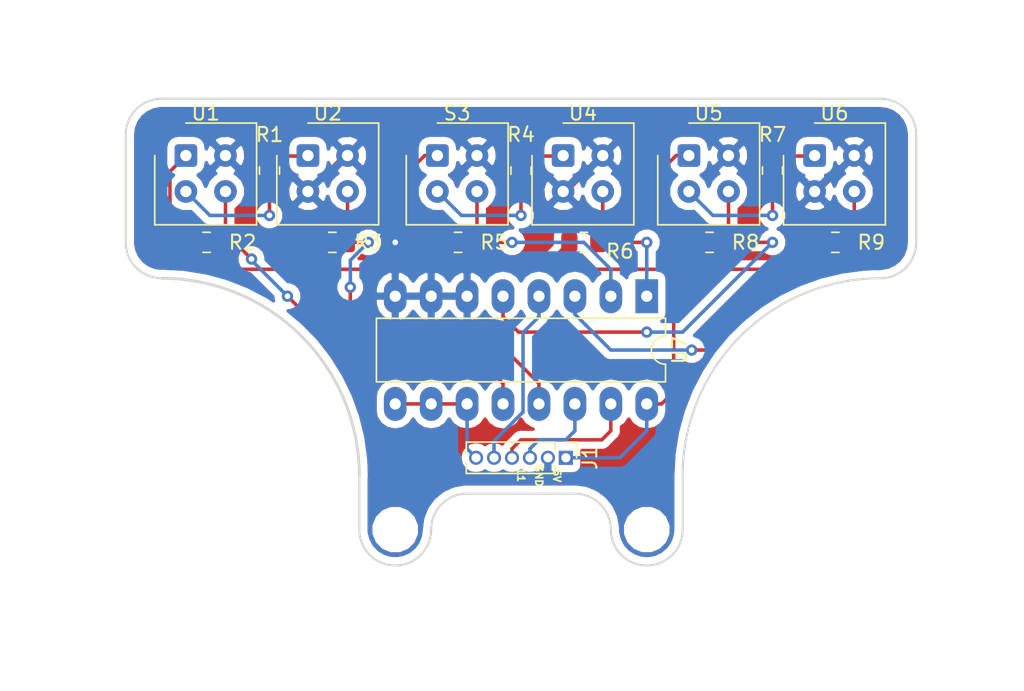
<source format=kicad_pcb>
(kicad_pcb (version 20171130) (host pcbnew "(5.0.1)-4")

  (general
    (thickness 1.6)
    (drawings 21)
    (tracks 160)
    (zones 0)
    (modules 19)
    (nets 19)
  )

  (page A4)
  (layers
    (0 F.Cu signal)
    (31 B.Cu signal)
    (32 B.Adhes user)
    (33 F.Adhes user)
    (34 B.Paste user)
    (35 F.Paste user)
    (36 B.SilkS user)
    (37 F.SilkS user)
    (38 B.Mask user)
    (39 F.Mask user)
    (40 Dwgs.User user)
    (41 Cmts.User user)
    (42 Eco1.User user)
    (43 Eco2.User user)
    (44 Edge.Cuts user)
    (45 Margin user)
    (46 B.CrtYd user)
    (47 F.CrtYd user)
    (48 B.Fab user)
    (49 F.Fab user)
  )

  (setup
    (last_trace_width 0.25)
    (trace_clearance 0.2)
    (zone_clearance 0.508)
    (zone_45_only no)
    (trace_min 0.2)
    (segment_width 0.2)
    (edge_width 0.15)
    (via_size 0.8)
    (via_drill 0.4)
    (via_min_size 0.4)
    (via_min_drill 0.3)
    (uvia_size 0.3)
    (uvia_drill 0.1)
    (uvias_allowed no)
    (uvia_min_size 0.2)
    (uvia_min_drill 0.1)
    (pcb_text_width 0.3)
    (pcb_text_size 1.5 1.5)
    (mod_edge_width 0.15)
    (mod_text_size 1 1)
    (mod_text_width 0.15)
    (pad_size 1.524 1.524)
    (pad_drill 0.762)
    (pad_to_mask_clearance 0.051)
    (solder_mask_min_width 0.25)
    (aux_axis_origin 0 0)
    (visible_elements 7FFFFFFF)
    (pcbplotparams
      (layerselection 0x010fc_ffffffff)
      (usegerberextensions false)
      (usegerberattributes false)
      (usegerberadvancedattributes false)
      (creategerberjobfile false)
      (excludeedgelayer true)
      (linewidth 0.100000)
      (plotframeref false)
      (viasonmask false)
      (mode 1)
      (useauxorigin false)
      (hpglpennumber 1)
      (hpglpenspeed 20)
      (hpglpendiameter 15.000000)
      (psnegative false)
      (psa4output false)
      (plotreference true)
      (plotvalue true)
      (plotinvisibletext false)
      (padsonsilk false)
      (subtractmaskfromsilk false)
      (outputformat 1)
      (mirror false)
      (drillshape 1)
      (scaleselection 1)
      (outputdirectory ""))
  )

  (net 0 "")
  (net 1 +5V)
  (net 2 GND)
  (net 3 /linea1)
  (net 4 /linea2)
  (net 5 /linea3)
  (net 6 "Net-(R1-Pad1)")
  (net 7 "Net-(R1-Pad2)")
  (net 8 /sensor1)
  (net 9 /sensor2)
  (net 10 "Net-(R4-Pad2)")
  (net 11 "Net-(R4-Pad1)")
  (net 12 /sensor3)
  (net 13 /sensor4)
  (net 14 "Net-(R7-Pad1)")
  (net 15 "Net-(R7-Pad2)")
  (net 16 /sensor5)
  (net 17 /sensor6)
  (net 18 /linea_selec)

  (net_class Default "Esta es la clase de red por defecto."
    (clearance 0.2)
    (trace_width 0.25)
    (via_dia 0.8)
    (via_drill 0.4)
    (uvia_dia 0.3)
    (uvia_drill 0.1)
    (add_net +5V)
    (add_net /linea1)
    (add_net /linea2)
    (add_net /linea3)
    (add_net /linea_selec)
    (add_net /sensor1)
    (add_net /sensor2)
    (add_net /sensor3)
    (add_net /sensor4)
    (add_net /sensor5)
    (add_net /sensor6)
    (add_net GND)
    (add_net "Net-(R1-Pad1)")
    (add_net "Net-(R1-Pad2)")
    (add_net "Net-(R4-Pad1)")
    (add_net "Net-(R4-Pad2)")
    (add_net "Net-(R7-Pad1)")
    (add_net "Net-(R7-Pad2)")
  )

  (module Resistor_SMD:R_0805_2012Metric_Pad1.15x1.40mm_HandSolder (layer F.Cu) (tedit 5B36C52B) (tstamp 5BF9832F)
    (at 186.055 62.23)
    (descr "Resistor SMD 0805 (2012 Metric), square (rectangular) end terminal, IPC_7351 nominal with elongated pad for handsoldering. (Body size source: https://docs.google.com/spreadsheets/d/1BsfQQcO9C6DZCsRaXUlFlo91Tg2WpOkGARC1WS5S8t0/edit?usp=sharing), generated with kicad-footprint-generator")
    (tags "resistor handsolder")
    (path /5BEFF63F)
    (attr smd)
    (fp_text reference R5 (at 2.54 0) (layer F.SilkS)
      (effects (font (size 1 1) (thickness 0.15)))
    )
    (fp_text value 10k (at -3.175 0) (layer F.Fab)
      (effects (font (size 1 1) (thickness 0.15)))
    )
    (fp_text user %R (at 0 0) (layer F.Fab)
      (effects (font (size 0.5 0.5) (thickness 0.08)))
    )
    (fp_line (start 1.85 0.95) (end -1.85 0.95) (layer F.CrtYd) (width 0.05))
    (fp_line (start 1.85 -0.95) (end 1.85 0.95) (layer F.CrtYd) (width 0.05))
    (fp_line (start -1.85 -0.95) (end 1.85 -0.95) (layer F.CrtYd) (width 0.05))
    (fp_line (start -1.85 0.95) (end -1.85 -0.95) (layer F.CrtYd) (width 0.05))
    (fp_line (start -0.261252 0.71) (end 0.261252 0.71) (layer F.SilkS) (width 0.12))
    (fp_line (start -0.261252 -0.71) (end 0.261252 -0.71) (layer F.SilkS) (width 0.12))
    (fp_line (start 1 0.6) (end -1 0.6) (layer F.Fab) (width 0.1))
    (fp_line (start 1 -0.6) (end 1 0.6) (layer F.Fab) (width 0.1))
    (fp_line (start -1 -0.6) (end 1 -0.6) (layer F.Fab) (width 0.1))
    (fp_line (start -1 0.6) (end -1 -0.6) (layer F.Fab) (width 0.1))
    (pad 2 smd roundrect (at 1.025 0) (size 1.15 1.4) (layers F.Cu F.Paste F.Mask) (roundrect_rratio 0.217391)
      (net 12 /sensor3))
    (pad 1 smd roundrect (at -1.025 0) (size 1.15 1.4) (layers F.Cu F.Paste F.Mask) (roundrect_rratio 0.217391)
      (net 1 +5V))
    (model ${KISYS3DMOD}/Resistor_SMD.3dshapes/R_0805_2012Metric.wrl
      (at (xyz 0 0 0))
      (scale (xyz 1 1 1))
      (rotate (xyz 0 0 0))
    )
  )

  (module MountingHole:MountingHole_2.2mm_M2 (layer F.Cu) (tedit 5BF9822F) (tstamp 5C06B569)
    (at 181.61 82.55)
    (descr "Mounting Hole 2.2mm, no annular, M2")
    (tags "mounting hole 2.2mm no annular m2")
    (attr virtual)
    (fp_text reference "" (at 0 -3.2) (layer F.SilkS)
      (effects (font (size 1 1) (thickness 0.15)))
    )
    (fp_text value "" (at 0 3.2) (layer F.Fab)
      (effects (font (size 1 1) (thickness 0.15)))
    )
    (fp_text user %R (at 0.3 0) (layer F.Fab)
      (effects (font (size 1 1) (thickness 0.15)))
    )
    (fp_circle (center 0 0) (end 2.2 0) (layer Cmts.User) (width 0.15))
    (fp_circle (center 0 0) (end 2.45 0) (layer F.CrtYd) (width 0.05))
    (pad 1 np_thru_hole circle (at 0 0) (size 2.2 2.2) (drill 2.2) (layers *.Cu *.Mask))
  )

  (module Connector_PinHeader_1.27mm:PinHeader_1x06_P1.27mm_Vertical (layer F.Cu) (tedit 5BF97FB7) (tstamp 5BFD633A)
    (at 193.675 77.47 270)
    (descr "Through hole straight pin header, 1x06, 1.27mm pitch, single row")
    (tags "Through hole pin header THT 1x06 1.27mm single row")
    (path /5BF332DB)
    (fp_text reference J1 (at 0 -1.695 270) (layer F.SilkS)
      (effects (font (size 1 1) (thickness 0.15)))
    )
    (fp_text value Conector (at -1.905 3.175) (layer F.Fab)
      (effects (font (size 1 1) (thickness 0.15)))
    )
    (fp_line (start -0.525 -0.635) (end 1.05 -0.635) (layer F.Fab) (width 0.1))
    (fp_line (start 1.05 -0.635) (end 1.05 6.985) (layer F.Fab) (width 0.1))
    (fp_line (start 1.05 6.985) (end -1.05 6.985) (layer F.Fab) (width 0.1))
    (fp_line (start -1.05 6.985) (end -1.05 -0.11) (layer F.Fab) (width 0.1))
    (fp_line (start -1.05 -0.11) (end -0.525 -0.635) (layer F.Fab) (width 0.1))
    (fp_line (start -1.11 7.045) (end -0.30753 7.045) (layer F.SilkS) (width 0.12))
    (fp_line (start 0.30753 7.045) (end 1.11 7.045) (layer F.SilkS) (width 0.12))
    (fp_line (start -1.11 0.76) (end -1.11 7.045) (layer F.SilkS) (width 0.12))
    (fp_line (start 1.11 0.76) (end 1.11 7.045) (layer F.SilkS) (width 0.12))
    (fp_line (start -1.11 0.76) (end -0.563471 0.76) (layer F.SilkS) (width 0.12))
    (fp_line (start 0.563471 0.76) (end 1.11 0.76) (layer F.SilkS) (width 0.12))
    (fp_line (start -1.11 0) (end -1.11 -0.76) (layer F.SilkS) (width 0.12))
    (fp_line (start -1.11 -0.76) (end 0 -0.76) (layer F.SilkS) (width 0.12))
    (fp_line (start -1.55 -1.15) (end -1.55 7.5) (layer F.CrtYd) (width 0.05))
    (fp_line (start -1.55 7.5) (end 1.55 7.5) (layer F.CrtYd) (width 0.05))
    (fp_line (start 1.55 7.5) (end 1.55 -1.15) (layer F.CrtYd) (width 0.05))
    (fp_line (start 1.55 -1.15) (end -1.55 -1.15) (layer F.CrtYd) (width 0.05))
    (fp_text user %R (at 0 3.175) (layer F.Fab)
      (effects (font (size 1 1) (thickness 0.15)))
    )
    (pad 1 thru_hole rect (at 0 0 270) (size 1 1) (drill 0.65) (layers *.Cu *.Mask)
      (net 1 +5V))
    (pad 2 thru_hole oval (at 0 1.27 270) (size 1 1) (drill 0.65) (layers *.Cu *.Mask)
      (net 2 GND))
    (pad 3 thru_hole oval (at 0 2.54 270) (size 1 1) (drill 0.65) (layers *.Cu *.Mask)
      (net 3 /linea1))
    (pad 4 thru_hole oval (at 0 3.81 270) (size 1 1) (drill 0.65) (layers *.Cu *.Mask)
      (net 4 /linea2))
    (pad 5 thru_hole oval (at 0 5.08 270) (size 1 1) (drill 0.65) (layers *.Cu *.Mask)
      (net 5 /linea3))
    (pad 6 thru_hole oval (at 0 6.35 270) (size 1 1) (drill 0.65) (layers *.Cu *.Mask)
      (net 18 /linea_selec))
    (model ${KISYS3DMOD}/Connector_PinHeader_1.27mm.3dshapes/PinHeader_1x06_P1.27mm_Vertical.wrl
      (at (xyz 0 0 0))
      (scale (xyz 1 1 1))
      (rotate (xyz 0 0 0))
    )
  )

  (module Package_DIP:DIP-16_W7.62mm_LongPads (layer F.Cu) (tedit 5A02E8C5) (tstamp 5C069CF4)
    (at 199.39 66.04 270)
    (descr "16-lead though-hole mounted DIP package, row spacing 7.62 mm (300 mils), LongPads")
    (tags "THT DIP DIL PDIP 2.54mm 7.62mm 300mil LongPads")
    (path /5BF19312)
    (fp_text reference U7 (at 3.81 -2.33 270) (layer F.SilkS)
      (effects (font (size 1 1) (thickness 0.15)))
    )
    (fp_text value 4053 (at 3.81 20.11 270) (layer F.Fab)
      (effects (font (size 1 1) (thickness 0.15)))
    )
    (fp_arc (start 3.81 -1.33) (end 2.81 -1.33) (angle -180) (layer F.SilkS) (width 0.12))
    (fp_line (start 1.635 -1.27) (end 6.985 -1.27) (layer F.Fab) (width 0.1))
    (fp_line (start 6.985 -1.27) (end 6.985 19.05) (layer F.Fab) (width 0.1))
    (fp_line (start 6.985 19.05) (end 0.635 19.05) (layer F.Fab) (width 0.1))
    (fp_line (start 0.635 19.05) (end 0.635 -0.27) (layer F.Fab) (width 0.1))
    (fp_line (start 0.635 -0.27) (end 1.635 -1.27) (layer F.Fab) (width 0.1))
    (fp_line (start 2.81 -1.33) (end 1.56 -1.33) (layer F.SilkS) (width 0.12))
    (fp_line (start 1.56 -1.33) (end 1.56 19.11) (layer F.SilkS) (width 0.12))
    (fp_line (start 1.56 19.11) (end 6.06 19.11) (layer F.SilkS) (width 0.12))
    (fp_line (start 6.06 19.11) (end 6.06 -1.33) (layer F.SilkS) (width 0.12))
    (fp_line (start 6.06 -1.33) (end 4.81 -1.33) (layer F.SilkS) (width 0.12))
    (fp_line (start -1.45 -1.55) (end -1.45 19.3) (layer F.CrtYd) (width 0.05))
    (fp_line (start -1.45 19.3) (end 9.1 19.3) (layer F.CrtYd) (width 0.05))
    (fp_line (start 9.1 19.3) (end 9.1 -1.55) (layer F.CrtYd) (width 0.05))
    (fp_line (start 9.1 -1.55) (end -1.45 -1.55) (layer F.CrtYd) (width 0.05))
    (fp_text user %R (at 3.81 8.89 270) (layer F.Fab)
      (effects (font (size 1 1) (thickness 0.15)))
    )
    (pad 1 thru_hole rect (at 0 0 270) (size 2.4 1.6) (drill 0.8) (layers *.Cu *.Mask)
      (net 13 /sensor4))
    (pad 9 thru_hole oval (at 7.62 17.78 270) (size 2.4 1.6) (drill 0.8) (layers *.Cu *.Mask)
      (net 18 /linea_selec))
    (pad 2 thru_hole oval (at 0 2.54 270) (size 2.4 1.6) (drill 0.8) (layers *.Cu *.Mask)
      (net 12 /sensor3))
    (pad 10 thru_hole oval (at 7.62 15.24 270) (size 2.4 1.6) (drill 0.8) (layers *.Cu *.Mask)
      (net 18 /linea_selec))
    (pad 3 thru_hole oval (at 0 5.08 270) (size 2.4 1.6) (drill 0.8) (layers *.Cu *.Mask)
      (net 17 /sensor6))
    (pad 11 thru_hole oval (at 7.62 12.7 270) (size 2.4 1.6) (drill 0.8) (layers *.Cu *.Mask)
      (net 18 /linea_selec))
    (pad 4 thru_hole oval (at 0 7.62 270) (size 2.4 1.6) (drill 0.8) (layers *.Cu *.Mask)
      (net 5 /linea3))
    (pad 12 thru_hole oval (at 7.62 10.16 270) (size 2.4 1.6) (drill 0.8) (layers *.Cu *.Mask)
      (net 8 /sensor1))
    (pad 5 thru_hole oval (at 0 10.16 270) (size 2.4 1.6) (drill 0.8) (layers *.Cu *.Mask)
      (net 16 /sensor5))
    (pad 13 thru_hole oval (at 7.62 7.62 270) (size 2.4 1.6) (drill 0.8) (layers *.Cu *.Mask)
      (net 9 /sensor2))
    (pad 6 thru_hole oval (at 0 12.7 270) (size 2.4 1.6) (drill 0.8) (layers *.Cu *.Mask)
      (net 2 GND))
    (pad 14 thru_hole oval (at 7.62 5.08 270) (size 2.4 1.6) (drill 0.8) (layers *.Cu *.Mask)
      (net 3 /linea1))
    (pad 7 thru_hole oval (at 0 15.24 270) (size 2.4 1.6) (drill 0.8) (layers *.Cu *.Mask)
      (net 2 GND))
    (pad 15 thru_hole oval (at 7.62 2.54 270) (size 2.4 1.6) (drill 0.8) (layers *.Cu *.Mask)
      (net 4 /linea2))
    (pad 8 thru_hole oval (at 0 17.78 270) (size 2.4 1.6) (drill 0.8) (layers *.Cu *.Mask)
      (net 2 GND))
    (pad 16 thru_hole oval (at 7.62 0 270) (size 2.4 1.6) (drill 0.8) (layers *.Cu *.Mask)
      (net 1 +5V))
    (model ${KISYS3DMOD}/Package_DIP.3dshapes/DIP-16_W7.62mm.wrl
      (at (xyz 0 0 0))
      (scale (xyz 1 1 1))
      (rotate (xyz 0 0 0))
    )
  )

  (module Resistor_SMD:R_0805_2012Metric_Pad1.15x1.40mm_HandSolder (layer F.Cu) (tedit 5B36C52B) (tstamp 5BFD634B)
    (at 172.72 57.15 90)
    (descr "Resistor SMD 0805 (2012 Metric), square (rectangular) end terminal, IPC_7351 nominal with elongated pad for handsoldering. (Body size source: https://docs.google.com/spreadsheets/d/1BsfQQcO9C6DZCsRaXUlFlo91Tg2WpOkGARC1WS5S8t0/edit?usp=sharing), generated with kicad-footprint-generator")
    (tags "resistor handsolder")
    (path /5BF1DED6)
    (attr smd)
    (fp_text reference R1 (at 2.54 0 180) (layer F.SilkS)
      (effects (font (size 1 1) (thickness 0.15)))
    )
    (fp_text value 82 (at -2.54 0 180) (layer F.Fab)
      (effects (font (size 1 1) (thickness 0.15)))
    )
    (fp_line (start -1 0.6) (end -1 -0.6) (layer F.Fab) (width 0.1))
    (fp_line (start -1 -0.6) (end 1 -0.6) (layer F.Fab) (width 0.1))
    (fp_line (start 1 -0.6) (end 1 0.6) (layer F.Fab) (width 0.1))
    (fp_line (start 1 0.6) (end -1 0.6) (layer F.Fab) (width 0.1))
    (fp_line (start -0.261252 -0.71) (end 0.261252 -0.71) (layer F.SilkS) (width 0.12))
    (fp_line (start -0.261252 0.71) (end 0.261252 0.71) (layer F.SilkS) (width 0.12))
    (fp_line (start -1.85 0.95) (end -1.85 -0.95) (layer F.CrtYd) (width 0.05))
    (fp_line (start -1.85 -0.95) (end 1.85 -0.95) (layer F.CrtYd) (width 0.05))
    (fp_line (start 1.85 -0.95) (end 1.85 0.95) (layer F.CrtYd) (width 0.05))
    (fp_line (start 1.85 0.95) (end -1.85 0.95) (layer F.CrtYd) (width 0.05))
    (fp_text user %R (at 0 0 90) (layer F.Fab)
      (effects (font (size 0.5 0.5) (thickness 0.08)))
    )
    (pad 1 smd roundrect (at -1.025 0 90) (size 1.15 1.4) (layers F.Cu F.Paste F.Mask) (roundrect_rratio 0.217391)
      (net 6 "Net-(R1-Pad1)"))
    (pad 2 smd roundrect (at 1.025 0 90) (size 1.15 1.4) (layers F.Cu F.Paste F.Mask) (roundrect_rratio 0.217391)
      (net 7 "Net-(R1-Pad2)"))
    (model ${KISYS3DMOD}/Resistor_SMD.3dshapes/R_0805_2012Metric.wrl
      (at (xyz 0 0 0))
      (scale (xyz 1 1 1))
      (rotate (xyz 0 0 0))
    )
  )

  (module Resistor_SMD:R_0805_2012Metric_Pad1.15x1.40mm_HandSolder (layer F.Cu) (tedit 5B36C52B) (tstamp 5BFD635C)
    (at 168.275 62.23)
    (descr "Resistor SMD 0805 (2012 Metric), square (rectangular) end terminal, IPC_7351 nominal with elongated pad for handsoldering. (Body size source: https://docs.google.com/spreadsheets/d/1BsfQQcO9C6DZCsRaXUlFlo91Tg2WpOkGARC1WS5S8t0/edit?usp=sharing), generated with kicad-footprint-generator")
    (tags "resistor handsolder")
    (path /5BEFF686)
    (attr smd)
    (fp_text reference R2 (at 2.54 0) (layer F.SilkS)
      (effects (font (size 1 1) (thickness 0.15)))
    )
    (fp_text value 10k (at -3.175 0) (layer F.Fab)
      (effects (font (size 1 1) (thickness 0.15)))
    )
    (fp_text user %R (at 0 0) (layer F.Fab)
      (effects (font (size 0.5 0.5) (thickness 0.08)))
    )
    (fp_line (start 1.85 0.95) (end -1.85 0.95) (layer F.CrtYd) (width 0.05))
    (fp_line (start 1.85 -0.95) (end 1.85 0.95) (layer F.CrtYd) (width 0.05))
    (fp_line (start -1.85 -0.95) (end 1.85 -0.95) (layer F.CrtYd) (width 0.05))
    (fp_line (start -1.85 0.95) (end -1.85 -0.95) (layer F.CrtYd) (width 0.05))
    (fp_line (start -0.261252 0.71) (end 0.261252 0.71) (layer F.SilkS) (width 0.12))
    (fp_line (start -0.261252 -0.71) (end 0.261252 -0.71) (layer F.SilkS) (width 0.12))
    (fp_line (start 1 0.6) (end -1 0.6) (layer F.Fab) (width 0.1))
    (fp_line (start 1 -0.6) (end 1 0.6) (layer F.Fab) (width 0.1))
    (fp_line (start -1 -0.6) (end 1 -0.6) (layer F.Fab) (width 0.1))
    (fp_line (start -1 0.6) (end -1 -0.6) (layer F.Fab) (width 0.1))
    (pad 2 smd roundrect (at 1.025 0) (size 1.15 1.4) (layers F.Cu F.Paste F.Mask) (roundrect_rratio 0.217391)
      (net 8 /sensor1))
    (pad 1 smd roundrect (at -1.025 0) (size 1.15 1.4) (layers F.Cu F.Paste F.Mask) (roundrect_rratio 0.217391)
      (net 1 +5V))
    (model ${KISYS3DMOD}/Resistor_SMD.3dshapes/R_0805_2012Metric.wrl
      (at (xyz 0 0 0))
      (scale (xyz 1 1 1))
      (rotate (xyz 0 0 0))
    )
  )

  (module Resistor_SMD:R_0805_2012Metric_Pad1.15x1.40mm_HandSolder (layer F.Cu) (tedit 5B36C52B) (tstamp 5BFD636D)
    (at 177.165 62.23)
    (descr "Resistor SMD 0805 (2012 Metric), square (rectangular) end terminal, IPC_7351 nominal with elongated pad for handsoldering. (Body size source: https://docs.google.com/spreadsheets/d/1BsfQQcO9C6DZCsRaXUlFlo91Tg2WpOkGARC1WS5S8t0/edit?usp=sharing), generated with kicad-footprint-generator")
    (tags "resistor handsolder")
    (path /5BEFF38E)
    (attr smd)
    (fp_text reference R3 (at 2.54 0) (layer F.SilkS)
      (effects (font (size 1 1) (thickness 0.15)))
    )
    (fp_text value 10k (at -3.175 0) (layer F.Fab)
      (effects (font (size 1 1) (thickness 0.15)))
    )
    (fp_line (start -1 0.6) (end -1 -0.6) (layer F.Fab) (width 0.1))
    (fp_line (start -1 -0.6) (end 1 -0.6) (layer F.Fab) (width 0.1))
    (fp_line (start 1 -0.6) (end 1 0.6) (layer F.Fab) (width 0.1))
    (fp_line (start 1 0.6) (end -1 0.6) (layer F.Fab) (width 0.1))
    (fp_line (start -0.261252 -0.71) (end 0.261252 -0.71) (layer F.SilkS) (width 0.12))
    (fp_line (start -0.261252 0.71) (end 0.261252 0.71) (layer F.SilkS) (width 0.12))
    (fp_line (start -1.85 0.95) (end -1.85 -0.95) (layer F.CrtYd) (width 0.05))
    (fp_line (start -1.85 -0.95) (end 1.85 -0.95) (layer F.CrtYd) (width 0.05))
    (fp_line (start 1.85 -0.95) (end 1.85 0.95) (layer F.CrtYd) (width 0.05))
    (fp_line (start 1.85 0.95) (end -1.85 0.95) (layer F.CrtYd) (width 0.05))
    (fp_text user %R (at 0 0) (layer F.Fab)
      (effects (font (size 0.5 0.5) (thickness 0.08)))
    )
    (pad 1 smd roundrect (at -1.025 0) (size 1.15 1.4) (layers F.Cu F.Paste F.Mask) (roundrect_rratio 0.217391)
      (net 1 +5V))
    (pad 2 smd roundrect (at 1.025 0) (size 1.15 1.4) (layers F.Cu F.Paste F.Mask) (roundrect_rratio 0.217391)
      (net 9 /sensor2))
    (model ${KISYS3DMOD}/Resistor_SMD.3dshapes/R_0805_2012Metric.wrl
      (at (xyz 0 0 0))
      (scale (xyz 1 1 1))
      (rotate (xyz 0 0 0))
    )
  )

  (module Resistor_SMD:R_0805_2012Metric_Pad1.15x1.40mm_HandSolder (layer F.Cu) (tedit 5B36C52B) (tstamp 5BFD637E)
    (at 190.5 57.15 90)
    (descr "Resistor SMD 0805 (2012 Metric), square (rectangular) end terminal, IPC_7351 nominal with elongated pad for handsoldering. (Body size source: https://docs.google.com/spreadsheets/d/1BsfQQcO9C6DZCsRaXUlFlo91Tg2WpOkGARC1WS5S8t0/edit?usp=sharing), generated with kicad-footprint-generator")
    (tags "resistor handsolder")
    (path /5BF1ED6A)
    (attr smd)
    (fp_text reference R4 (at 2.54 0 180) (layer F.SilkS)
      (effects (font (size 1 1) (thickness 0.15)))
    )
    (fp_text value 82 (at -2.54 0 180) (layer F.Fab)
      (effects (font (size 1 1) (thickness 0.15)))
    )
    (fp_text user %R (at 0 0 90) (layer F.Fab)
      (effects (font (size 0.5 0.5) (thickness 0.08)))
    )
    (fp_line (start 1.85 0.95) (end -1.85 0.95) (layer F.CrtYd) (width 0.05))
    (fp_line (start 1.85 -0.95) (end 1.85 0.95) (layer F.CrtYd) (width 0.05))
    (fp_line (start -1.85 -0.95) (end 1.85 -0.95) (layer F.CrtYd) (width 0.05))
    (fp_line (start -1.85 0.95) (end -1.85 -0.95) (layer F.CrtYd) (width 0.05))
    (fp_line (start -0.261252 0.71) (end 0.261252 0.71) (layer F.SilkS) (width 0.12))
    (fp_line (start -0.261252 -0.71) (end 0.261252 -0.71) (layer F.SilkS) (width 0.12))
    (fp_line (start 1 0.6) (end -1 0.6) (layer F.Fab) (width 0.1))
    (fp_line (start 1 -0.6) (end 1 0.6) (layer F.Fab) (width 0.1))
    (fp_line (start -1 -0.6) (end 1 -0.6) (layer F.Fab) (width 0.1))
    (fp_line (start -1 0.6) (end -1 -0.6) (layer F.Fab) (width 0.1))
    (pad 2 smd roundrect (at 1.025 0 90) (size 1.15 1.4) (layers F.Cu F.Paste F.Mask) (roundrect_rratio 0.217391)
      (net 10 "Net-(R4-Pad2)"))
    (pad 1 smd roundrect (at -1.025 0 90) (size 1.15 1.4) (layers F.Cu F.Paste F.Mask) (roundrect_rratio 0.217391)
      (net 11 "Net-(R4-Pad1)"))
    (model ${KISYS3DMOD}/Resistor_SMD.3dshapes/R_0805_2012Metric.wrl
      (at (xyz 0 0 0))
      (scale (xyz 1 1 1))
      (rotate (xyz 0 0 0))
    )
  )

  (module Resistor_SMD:R_0805_2012Metric_Pad1.15x1.40mm_HandSolder (layer F.Cu) (tedit 5B36C52B) (tstamp 5BFD63A0)
    (at 194.945 62.23)
    (descr "Resistor SMD 0805 (2012 Metric), square (rectangular) end terminal, IPC_7351 nominal with elongated pad for handsoldering. (Body size source: https://docs.google.com/spreadsheets/d/1BsfQQcO9C6DZCsRaXUlFlo91Tg2WpOkGARC1WS5S8t0/edit?usp=sharing), generated with kicad-footprint-generator")
    (tags "resistor handsolder")
    (path /5BEFF574)
    (attr smd)
    (fp_text reference R6 (at 2.54 0.635) (layer F.SilkS)
      (effects (font (size 1 1) (thickness 0.15)))
    )
    (fp_text value 10k (at -3.175 0) (layer F.Fab)
      (effects (font (size 1 1) (thickness 0.15)))
    )
    (fp_text user %R (at 0 0) (layer F.Fab)
      (effects (font (size 0.5 0.5) (thickness 0.08)))
    )
    (fp_line (start 1.85 0.95) (end -1.85 0.95) (layer F.CrtYd) (width 0.05))
    (fp_line (start 1.85 -0.95) (end 1.85 0.95) (layer F.CrtYd) (width 0.05))
    (fp_line (start -1.85 -0.95) (end 1.85 -0.95) (layer F.CrtYd) (width 0.05))
    (fp_line (start -1.85 0.95) (end -1.85 -0.95) (layer F.CrtYd) (width 0.05))
    (fp_line (start -0.261252 0.71) (end 0.261252 0.71) (layer F.SilkS) (width 0.12))
    (fp_line (start -0.261252 -0.71) (end 0.261252 -0.71) (layer F.SilkS) (width 0.12))
    (fp_line (start 1 0.6) (end -1 0.6) (layer F.Fab) (width 0.1))
    (fp_line (start 1 -0.6) (end 1 0.6) (layer F.Fab) (width 0.1))
    (fp_line (start -1 -0.6) (end 1 -0.6) (layer F.Fab) (width 0.1))
    (fp_line (start -1 0.6) (end -1 -0.6) (layer F.Fab) (width 0.1))
    (pad 2 smd roundrect (at 1.025 0) (size 1.15 1.4) (layers F.Cu F.Paste F.Mask) (roundrect_rratio 0.217391)
      (net 13 /sensor4))
    (pad 1 smd roundrect (at -1.025 0) (size 1.15 1.4) (layers F.Cu F.Paste F.Mask) (roundrect_rratio 0.217391)
      (net 1 +5V))
    (model ${KISYS3DMOD}/Resistor_SMD.3dshapes/R_0805_2012Metric.wrl
      (at (xyz 0 0 0))
      (scale (xyz 1 1 1))
      (rotate (xyz 0 0 0))
    )
  )

  (module Resistor_SMD:R_0805_2012Metric_Pad1.15x1.40mm_HandSolder (layer F.Cu) (tedit 5B36C52B) (tstamp 5BFD63B1)
    (at 208.28 57.15 90)
    (descr "Resistor SMD 0805 (2012 Metric), square (rectangular) end terminal, IPC_7351 nominal with elongated pad for handsoldering. (Body size source: https://docs.google.com/spreadsheets/d/1BsfQQcO9C6DZCsRaXUlFlo91Tg2WpOkGARC1WS5S8t0/edit?usp=sharing), generated with kicad-footprint-generator")
    (tags "resistor handsolder")
    (path /5BF1FBFF)
    (attr smd)
    (fp_text reference R7 (at 2.54 0 180) (layer F.SilkS)
      (effects (font (size 1 1) (thickness 0.15)))
    )
    (fp_text value 82 (at -2.54 0 180) (layer F.Fab)
      (effects (font (size 1 1) (thickness 0.15)))
    )
    (fp_line (start -1 0.6) (end -1 -0.6) (layer F.Fab) (width 0.1))
    (fp_line (start -1 -0.6) (end 1 -0.6) (layer F.Fab) (width 0.1))
    (fp_line (start 1 -0.6) (end 1 0.6) (layer F.Fab) (width 0.1))
    (fp_line (start 1 0.6) (end -1 0.6) (layer F.Fab) (width 0.1))
    (fp_line (start -0.261252 -0.71) (end 0.261252 -0.71) (layer F.SilkS) (width 0.12))
    (fp_line (start -0.261252 0.71) (end 0.261252 0.71) (layer F.SilkS) (width 0.12))
    (fp_line (start -1.85 0.95) (end -1.85 -0.95) (layer F.CrtYd) (width 0.05))
    (fp_line (start -1.85 -0.95) (end 1.85 -0.95) (layer F.CrtYd) (width 0.05))
    (fp_line (start 1.85 -0.95) (end 1.85 0.95) (layer F.CrtYd) (width 0.05))
    (fp_line (start 1.85 0.95) (end -1.85 0.95) (layer F.CrtYd) (width 0.05))
    (fp_text user %R (at 0 0 90) (layer F.Fab)
      (effects (font (size 0.5 0.5) (thickness 0.08)))
    )
    (pad 1 smd roundrect (at -1.025 0 90) (size 1.15 1.4) (layers F.Cu F.Paste F.Mask) (roundrect_rratio 0.217391)
      (net 14 "Net-(R7-Pad1)"))
    (pad 2 smd roundrect (at 1.025 0 90) (size 1.15 1.4) (layers F.Cu F.Paste F.Mask) (roundrect_rratio 0.217391)
      (net 15 "Net-(R7-Pad2)"))
    (model ${KISYS3DMOD}/Resistor_SMD.3dshapes/R_0805_2012Metric.wrl
      (at (xyz 0 0 0))
      (scale (xyz 1 1 1))
      (rotate (xyz 0 0 0))
    )
  )

  (module Resistor_SMD:R_0805_2012Metric_Pad1.15x1.40mm_HandSolder (layer F.Cu) (tedit 5B36C52B) (tstamp 5BFD63C2)
    (at 203.835 62.23)
    (descr "Resistor SMD 0805 (2012 Metric), square (rectangular) end terminal, IPC_7351 nominal with elongated pad for handsoldering. (Body size source: https://docs.google.com/spreadsheets/d/1BsfQQcO9C6DZCsRaXUlFlo91Tg2WpOkGARC1WS5S8t0/edit?usp=sharing), generated with kicad-footprint-generator")
    (tags "resistor handsolder")
    (path /5BEFF662)
    (attr smd)
    (fp_text reference R8 (at 2.54 0) (layer F.SilkS)
      (effects (font (size 1 1) (thickness 0.15)))
    )
    (fp_text value 10k (at -3.175 0) (layer F.Fab)
      (effects (font (size 1 1) (thickness 0.15)))
    )
    (fp_line (start -1 0.6) (end -1 -0.6) (layer F.Fab) (width 0.1))
    (fp_line (start -1 -0.6) (end 1 -0.6) (layer F.Fab) (width 0.1))
    (fp_line (start 1 -0.6) (end 1 0.6) (layer F.Fab) (width 0.1))
    (fp_line (start 1 0.6) (end -1 0.6) (layer F.Fab) (width 0.1))
    (fp_line (start -0.261252 -0.71) (end 0.261252 -0.71) (layer F.SilkS) (width 0.12))
    (fp_line (start -0.261252 0.71) (end 0.261252 0.71) (layer F.SilkS) (width 0.12))
    (fp_line (start -1.85 0.95) (end -1.85 -0.95) (layer F.CrtYd) (width 0.05))
    (fp_line (start -1.85 -0.95) (end 1.85 -0.95) (layer F.CrtYd) (width 0.05))
    (fp_line (start 1.85 -0.95) (end 1.85 0.95) (layer F.CrtYd) (width 0.05))
    (fp_line (start 1.85 0.95) (end -1.85 0.95) (layer F.CrtYd) (width 0.05))
    (fp_text user %R (at 0 0) (layer F.Fab)
      (effects (font (size 0.5 0.5) (thickness 0.08)))
    )
    (pad 1 smd roundrect (at -1.025 0) (size 1.15 1.4) (layers F.Cu F.Paste F.Mask) (roundrect_rratio 0.217391)
      (net 1 +5V))
    (pad 2 smd roundrect (at 1.025 0) (size 1.15 1.4) (layers F.Cu F.Paste F.Mask) (roundrect_rratio 0.217391)
      (net 16 /sensor5))
    (model ${KISYS3DMOD}/Resistor_SMD.3dshapes/R_0805_2012Metric.wrl
      (at (xyz 0 0 0))
      (scale (xyz 1 1 1))
      (rotate (xyz 0 0 0))
    )
  )

  (module Resistor_SMD:R_0805_2012Metric_Pad1.15x1.40mm_HandSolder (layer F.Cu) (tedit 5B36C52B) (tstamp 5BFD63D3)
    (at 212.725 62.23)
    (descr "Resistor SMD 0805 (2012 Metric), square (rectangular) end terminal, IPC_7351 nominal with elongated pad for handsoldering. (Body size source: https://docs.google.com/spreadsheets/d/1BsfQQcO9C6DZCsRaXUlFlo91Tg2WpOkGARC1WS5S8t0/edit?usp=sharing), generated with kicad-footprint-generator")
    (tags "resistor handsolder")
    (path /5BEFF611)
    (attr smd)
    (fp_text reference R9 (at 2.54 0) (layer F.SilkS)
      (effects (font (size 1 1) (thickness 0.15)))
    )
    (fp_text value 10k (at -3.175 0) (layer F.Fab)
      (effects (font (size 1 1) (thickness 0.15)))
    )
    (fp_line (start -1 0.6) (end -1 -0.6) (layer F.Fab) (width 0.1))
    (fp_line (start -1 -0.6) (end 1 -0.6) (layer F.Fab) (width 0.1))
    (fp_line (start 1 -0.6) (end 1 0.6) (layer F.Fab) (width 0.1))
    (fp_line (start 1 0.6) (end -1 0.6) (layer F.Fab) (width 0.1))
    (fp_line (start -0.261252 -0.71) (end 0.261252 -0.71) (layer F.SilkS) (width 0.12))
    (fp_line (start -0.261252 0.71) (end 0.261252 0.71) (layer F.SilkS) (width 0.12))
    (fp_line (start -1.85 0.95) (end -1.85 -0.95) (layer F.CrtYd) (width 0.05))
    (fp_line (start -1.85 -0.95) (end 1.85 -0.95) (layer F.CrtYd) (width 0.05))
    (fp_line (start 1.85 -0.95) (end 1.85 0.95) (layer F.CrtYd) (width 0.05))
    (fp_line (start 1.85 0.95) (end -1.85 0.95) (layer F.CrtYd) (width 0.05))
    (fp_text user %R (at 0 0) (layer F.Fab)
      (effects (font (size 0.5 0.5) (thickness 0.08)))
    )
    (pad 1 smd roundrect (at -1.025 0) (size 1.15 1.4) (layers F.Cu F.Paste F.Mask) (roundrect_rratio 0.217391)
      (net 1 +5V))
    (pad 2 smd roundrect (at 1.025 0) (size 1.15 1.4) (layers F.Cu F.Paste F.Mask) (roundrect_rratio 0.217391)
      (net 17 /sensor6))
    (model ${KISYS3DMOD}/Resistor_SMD.3dshapes/R_0805_2012Metric.wrl
      (at (xyz 0 0 0))
      (scale (xyz 1 1 1))
      (rotate (xyz 0 0 0))
    )
  )

  (module OptoDevice:Vishay_CNY70 (layer F.Cu) (tedit 5B8AF8E9) (tstamp 5BFD63F3)
    (at 166.81 56.09)
    (descr "package for Vishay CNY70 refective photo coupler/interrupter")
    (tags "Vishay CNY70 refective photo coupler")
    (path /5BEFF193)
    (fp_text reference U1 (at 1.4 -3) (layer F.SilkS)
      (effects (font (size 1 1) (thickness 0.15)))
    )
    (fp_text value CNY70 (at 1.465 4.235) (layer F.Fab)
      (effects (font (size 1 1) (thickness 0.15)))
    )
    (fp_line (start 5.15 5.05) (end -2.35 5.05) (layer F.CrtYd) (width 0.05))
    (fp_line (start 5.15 5.05) (end 5.15 -2.45) (layer F.CrtYd) (width 0.05))
    (fp_line (start -2.35 -2.45) (end -2.35 5.05) (layer F.CrtYd) (width 0.05))
    (fp_line (start -2.35 -2.45) (end 5.15 -2.45) (layer F.CrtYd) (width 0.05))
    (fp_line (start -1.1 -2.2) (end 4.9 -2.2) (layer F.Fab) (width 0.1))
    (fp_line (start 4.9 -2.2) (end 4.9 4.8) (layer F.Fab) (width 0.1))
    (fp_line (start 4.9 4.8) (end -2.1 4.8) (layer F.Fab) (width 0.1))
    (fp_line (start -2.1 4.8) (end -2.1 -1.2) (layer F.Fab) (width 0.1))
    (fp_line (start -2.1 -1.2) (end -1.1 -2.2) (layer F.Fab) (width 0.1))
    (fp_line (start 1.2 -2.2) (end 1.2 -1.9) (layer F.Fab) (width 0.1))
    (fp_line (start 1.2 -1.9) (end 1.6 -1.9) (layer F.Fab) (width 0.1))
    (fp_line (start 1.6 -1.9) (end 1.6 -2.2) (layer F.Fab) (width 0.1))
    (fp_line (start 1.6 4.8) (end 1.6 4.5) (layer F.Fab) (width 0.1))
    (fp_line (start 1.6 4.5) (end 1.2 4.5) (layer F.Fab) (width 0.1))
    (fp_line (start 1.2 4.5) (end 1.2 4.8) (layer F.Fab) (width 0.1))
    (fp_line (start 3.9 3.9) (end 3.9 -1.2) (layer F.Fab) (width 0.1))
    (fp_line (start 3.9 -1.2) (end -1.1 -1.2) (layer F.Fab) (width 0.1))
    (fp_line (start -1.1 -1.2) (end -1.1 3.9) (layer F.Fab) (width 0.1))
    (fp_line (start -1.1 3.9) (end 3.9 3.9) (layer F.Fab) (width 0.1))
    (fp_line (start 5 -2.3) (end 0 -2.3) (layer F.SilkS) (width 0.12))
    (fp_line (start -2.2 0) (end -2.2 4.9) (layer F.SilkS) (width 0.12))
    (fp_line (start -2.2 4.9) (end 5 4.9) (layer F.SilkS) (width 0.12))
    (fp_line (start 5 4.9) (end 5 -2.3) (layer F.SilkS) (width 0.12))
    (fp_text user %R (at 1.5 1.4) (layer F.Fab)
      (effects (font (size 1 1) (thickness 0.15)))
    )
    (pad 1 thru_hole roundrect (at 0 0) (size 1.6 1.6) (drill 0.8) (layers *.Cu *.Mask) (roundrect_rratio 0.156)
      (net 1 +5V))
    (pad 2 thru_hole circle (at 0 2.54) (size 1.6 1.6) (drill 0.8) (layers *.Cu *.Mask)
      (net 6 "Net-(R1-Pad1)"))
    (pad 3 thru_hole circle (at 2.8 2.54) (size 1.6 1.6) (drill 0.8) (layers *.Cu *.Mask)
      (net 8 /sensor1))
    (pad 4 thru_hole circle (at 2.8 0) (size 1.6 1.6) (drill 0.8) (layers *.Cu *.Mask)
      (net 2 GND))
    (model ${KISYS3DMOD}/OptoDevice.3dshapes/Vishay_CNY70.wrl
      (at (xyz 0 0 0))
      (scale (xyz 1 1 1))
      (rotate (xyz 0 0 0))
    )
  )

  (module OptoDevice:Vishay_CNY70 (layer F.Cu) (tedit 5B8AF8E9) (tstamp 5BFD6413)
    (at 175.44 56.09)
    (descr "package for Vishay CNY70 refective photo coupler/interrupter")
    (tags "Vishay CNY70 refective photo coupler")
    (path /5BEFF2D2)
    (fp_text reference U2 (at 1.4 -3) (layer F.SilkS)
      (effects (font (size 1 1) (thickness 0.15)))
    )
    (fp_text value CNY70 (at 1.4 4.235) (layer F.Fab)
      (effects (font (size 1 1) (thickness 0.15)))
    )
    (fp_line (start 5.15 5.05) (end -2.35 5.05) (layer F.CrtYd) (width 0.05))
    (fp_line (start 5.15 5.05) (end 5.15 -2.45) (layer F.CrtYd) (width 0.05))
    (fp_line (start -2.35 -2.45) (end -2.35 5.05) (layer F.CrtYd) (width 0.05))
    (fp_line (start -2.35 -2.45) (end 5.15 -2.45) (layer F.CrtYd) (width 0.05))
    (fp_line (start -1.1 -2.2) (end 4.9 -2.2) (layer F.Fab) (width 0.1))
    (fp_line (start 4.9 -2.2) (end 4.9 4.8) (layer F.Fab) (width 0.1))
    (fp_line (start 4.9 4.8) (end -2.1 4.8) (layer F.Fab) (width 0.1))
    (fp_line (start -2.1 4.8) (end -2.1 -1.2) (layer F.Fab) (width 0.1))
    (fp_line (start -2.1 -1.2) (end -1.1 -2.2) (layer F.Fab) (width 0.1))
    (fp_line (start 1.2 -2.2) (end 1.2 -1.9) (layer F.Fab) (width 0.1))
    (fp_line (start 1.2 -1.9) (end 1.6 -1.9) (layer F.Fab) (width 0.1))
    (fp_line (start 1.6 -1.9) (end 1.6 -2.2) (layer F.Fab) (width 0.1))
    (fp_line (start 1.6 4.8) (end 1.6 4.5) (layer F.Fab) (width 0.1))
    (fp_line (start 1.6 4.5) (end 1.2 4.5) (layer F.Fab) (width 0.1))
    (fp_line (start 1.2 4.5) (end 1.2 4.8) (layer F.Fab) (width 0.1))
    (fp_line (start 3.9 3.9) (end 3.9 -1.2) (layer F.Fab) (width 0.1))
    (fp_line (start 3.9 -1.2) (end -1.1 -1.2) (layer F.Fab) (width 0.1))
    (fp_line (start -1.1 -1.2) (end -1.1 3.9) (layer F.Fab) (width 0.1))
    (fp_line (start -1.1 3.9) (end 3.9 3.9) (layer F.Fab) (width 0.1))
    (fp_line (start 5 -2.3) (end 0 -2.3) (layer F.SilkS) (width 0.12))
    (fp_line (start -2.2 0) (end -2.2 4.9) (layer F.SilkS) (width 0.12))
    (fp_line (start -2.2 4.9) (end 5 4.9) (layer F.SilkS) (width 0.12))
    (fp_line (start 5 4.9) (end 5 -2.3) (layer F.SilkS) (width 0.12))
    (fp_text user %R (at 1.5 1.4) (layer F.Fab)
      (effects (font (size 1 1) (thickness 0.15)))
    )
    (pad 1 thru_hole roundrect (at 0 0) (size 1.6 1.6) (drill 0.8) (layers *.Cu *.Mask) (roundrect_rratio 0.156)
      (net 7 "Net-(R1-Pad2)"))
    (pad 2 thru_hole circle (at 0 2.54) (size 1.6 1.6) (drill 0.8) (layers *.Cu *.Mask)
      (net 2 GND))
    (pad 3 thru_hole circle (at 2.8 2.54) (size 1.6 1.6) (drill 0.8) (layers *.Cu *.Mask)
      (net 9 /sensor2))
    (pad 4 thru_hole circle (at 2.8 0) (size 1.6 1.6) (drill 0.8) (layers *.Cu *.Mask)
      (net 2 GND))
    (model ${KISYS3DMOD}/OptoDevice.3dshapes/Vishay_CNY70.wrl
      (at (xyz 0 0 0))
      (scale (xyz 1 1 1))
      (rotate (xyz 0 0 0))
    )
  )

  (module OptoDevice:Vishay_CNY70 (layer F.Cu) (tedit 5BF97C6B) (tstamp 5BFD6433)
    (at 184.59 56.09)
    (descr "package for Vishay CNY70 refective photo coupler/interrupter")
    (tags "Vishay CNY70 refective photo coupler")
    (path /5BEFF23F)
    (fp_text reference S3 (at 1.4 -3) (layer F.SilkS)
      (effects (font (size 1 1) (thickness 0.15)))
    )
    (fp_text value CNY70 (at 1.4 4.235) (layer F.Fab)
      (effects (font (size 1 1) (thickness 0.15)))
    )
    (fp_text user %R (at 1.5 1.4) (layer F.Fab)
      (effects (font (size 1 1) (thickness 0.15)))
    )
    (fp_line (start 5 4.9) (end 5 -2.3) (layer F.SilkS) (width 0.12))
    (fp_line (start -2.2 4.9) (end 5 4.9) (layer F.SilkS) (width 0.12))
    (fp_line (start -2.2 0) (end -2.2 4.9) (layer F.SilkS) (width 0.12))
    (fp_line (start 5 -2.3) (end 0 -2.3) (layer F.SilkS) (width 0.12))
    (fp_line (start -1.1 3.9) (end 3.9 3.9) (layer F.Fab) (width 0.1))
    (fp_line (start -1.1 -1.2) (end -1.1 3.9) (layer F.Fab) (width 0.1))
    (fp_line (start 3.9 -1.2) (end -1.1 -1.2) (layer F.Fab) (width 0.1))
    (fp_line (start 3.9 3.9) (end 3.9 -1.2) (layer F.Fab) (width 0.1))
    (fp_line (start 1.2 4.5) (end 1.2 4.8) (layer F.Fab) (width 0.1))
    (fp_line (start 1.6 4.5) (end 1.2 4.5) (layer F.Fab) (width 0.1))
    (fp_line (start 1.6 4.8) (end 1.6 4.5) (layer F.Fab) (width 0.1))
    (fp_line (start 1.6 -1.9) (end 1.6 -2.2) (layer F.Fab) (width 0.1))
    (fp_line (start 1.2 -1.9) (end 1.6 -1.9) (layer F.Fab) (width 0.1))
    (fp_line (start 1.2 -2.2) (end 1.2 -1.9) (layer F.Fab) (width 0.1))
    (fp_line (start -2.1 -1.2) (end -1.1 -2.2) (layer F.Fab) (width 0.1))
    (fp_line (start -2.1 4.8) (end -2.1 -1.2) (layer F.Fab) (width 0.1))
    (fp_line (start 4.9 4.8) (end -2.1 4.8) (layer F.Fab) (width 0.1))
    (fp_line (start 4.9 -2.2) (end 4.9 4.8) (layer F.Fab) (width 0.1))
    (fp_line (start -1.1 -2.2) (end 4.9 -2.2) (layer F.Fab) (width 0.1))
    (fp_line (start -2.35 -2.45) (end 5.15 -2.45) (layer F.CrtYd) (width 0.05))
    (fp_line (start -2.35 -2.45) (end -2.35 5.05) (layer F.CrtYd) (width 0.05))
    (fp_line (start 5.15 5.05) (end 5.15 -2.45) (layer F.CrtYd) (width 0.05))
    (fp_line (start 5.15 5.05) (end -2.35 5.05) (layer F.CrtYd) (width 0.05))
    (pad 4 thru_hole circle (at 2.8 0) (size 1.6 1.6) (drill 0.8) (layers *.Cu *.Mask)
      (net 2 GND))
    (pad 3 thru_hole circle (at 2.8 2.54) (size 1.6 1.6) (drill 0.8) (layers *.Cu *.Mask)
      (net 12 /sensor3))
    (pad 2 thru_hole circle (at 0 2.54) (size 1.6 1.6) (drill 0.8) (layers *.Cu *.Mask)
      (net 11 "Net-(R4-Pad1)"))
    (pad 1 thru_hole roundrect (at 0 0) (size 1.6 1.6) (drill 0.8) (layers *.Cu *.Mask) (roundrect_rratio 0.156)
      (net 1 +5V))
    (model ${KISYS3DMOD}/OptoDevice.3dshapes/Vishay_CNY70.wrl
      (at (xyz 0 0 0))
      (scale (xyz 1 1 1))
      (rotate (xyz 0 0 0))
    )
  )

  (module OptoDevice:Vishay_CNY70 (layer F.Cu) (tedit 5B8AF8E9) (tstamp 5BFD6453)
    (at 193.48 56.09)
    (descr "package for Vishay CNY70 refective photo coupler/interrupter")
    (tags "Vishay CNY70 refective photo coupler")
    (path /5BEFF313)
    (fp_text reference U4 (at 1.4 -3) (layer F.SilkS)
      (effects (font (size 1 1) (thickness 0.15)))
    )
    (fp_text value CNY70 (at 1.4 4.235) (layer F.Fab)
      (effects (font (size 1 1) (thickness 0.15)))
    )
    (fp_text user %R (at 1.5 1.4) (layer F.Fab)
      (effects (font (size 1 1) (thickness 0.15)))
    )
    (fp_line (start 5 4.9) (end 5 -2.3) (layer F.SilkS) (width 0.12))
    (fp_line (start -2.2 4.9) (end 5 4.9) (layer F.SilkS) (width 0.12))
    (fp_line (start -2.2 0) (end -2.2 4.9) (layer F.SilkS) (width 0.12))
    (fp_line (start 5 -2.3) (end 0 -2.3) (layer F.SilkS) (width 0.12))
    (fp_line (start -1.1 3.9) (end 3.9 3.9) (layer F.Fab) (width 0.1))
    (fp_line (start -1.1 -1.2) (end -1.1 3.9) (layer F.Fab) (width 0.1))
    (fp_line (start 3.9 -1.2) (end -1.1 -1.2) (layer F.Fab) (width 0.1))
    (fp_line (start 3.9 3.9) (end 3.9 -1.2) (layer F.Fab) (width 0.1))
    (fp_line (start 1.2 4.5) (end 1.2 4.8) (layer F.Fab) (width 0.1))
    (fp_line (start 1.6 4.5) (end 1.2 4.5) (layer F.Fab) (width 0.1))
    (fp_line (start 1.6 4.8) (end 1.6 4.5) (layer F.Fab) (width 0.1))
    (fp_line (start 1.6 -1.9) (end 1.6 -2.2) (layer F.Fab) (width 0.1))
    (fp_line (start 1.2 -1.9) (end 1.6 -1.9) (layer F.Fab) (width 0.1))
    (fp_line (start 1.2 -2.2) (end 1.2 -1.9) (layer F.Fab) (width 0.1))
    (fp_line (start -2.1 -1.2) (end -1.1 -2.2) (layer F.Fab) (width 0.1))
    (fp_line (start -2.1 4.8) (end -2.1 -1.2) (layer F.Fab) (width 0.1))
    (fp_line (start 4.9 4.8) (end -2.1 4.8) (layer F.Fab) (width 0.1))
    (fp_line (start 4.9 -2.2) (end 4.9 4.8) (layer F.Fab) (width 0.1))
    (fp_line (start -1.1 -2.2) (end 4.9 -2.2) (layer F.Fab) (width 0.1))
    (fp_line (start -2.35 -2.45) (end 5.15 -2.45) (layer F.CrtYd) (width 0.05))
    (fp_line (start -2.35 -2.45) (end -2.35 5.05) (layer F.CrtYd) (width 0.05))
    (fp_line (start 5.15 5.05) (end 5.15 -2.45) (layer F.CrtYd) (width 0.05))
    (fp_line (start 5.15 5.05) (end -2.35 5.05) (layer F.CrtYd) (width 0.05))
    (pad 4 thru_hole circle (at 2.8 0) (size 1.6 1.6) (drill 0.8) (layers *.Cu *.Mask)
      (net 2 GND))
    (pad 3 thru_hole circle (at 2.8 2.54) (size 1.6 1.6) (drill 0.8) (layers *.Cu *.Mask)
      (net 13 /sensor4))
    (pad 2 thru_hole circle (at 0 2.54) (size 1.6 1.6) (drill 0.8) (layers *.Cu *.Mask)
      (net 2 GND))
    (pad 1 thru_hole roundrect (at 0 0) (size 1.6 1.6) (drill 0.8) (layers *.Cu *.Mask) (roundrect_rratio 0.156)
      (net 10 "Net-(R4-Pad2)"))
    (model ${KISYS3DMOD}/OptoDevice.3dshapes/Vishay_CNY70.wrl
      (at (xyz 0 0 0))
      (scale (xyz 1 1 1))
      (rotate (xyz 0 0 0))
    )
  )

  (module OptoDevice:Vishay_CNY70 (layer F.Cu) (tedit 5B8AF8E9) (tstamp 5BFD6473)
    (at 202.37 56.09)
    (descr "package for Vishay CNY70 refective photo coupler/interrupter")
    (tags "Vishay CNY70 refective photo coupler")
    (path /5BEFF26E)
    (fp_text reference U5 (at 1.4 -3) (layer F.SilkS)
      (effects (font (size 1 1) (thickness 0.15)))
    )
    (fp_text value CNY70 (at 1.4 4.235) (layer F.Fab)
      (effects (font (size 1 1) (thickness 0.15)))
    )
    (fp_text user %R (at 1.5 1.4) (layer F.Fab)
      (effects (font (size 1 1) (thickness 0.15)))
    )
    (fp_line (start 5 4.9) (end 5 -2.3) (layer F.SilkS) (width 0.12))
    (fp_line (start -2.2 4.9) (end 5 4.9) (layer F.SilkS) (width 0.12))
    (fp_line (start -2.2 0) (end -2.2 4.9) (layer F.SilkS) (width 0.12))
    (fp_line (start 5 -2.3) (end 0 -2.3) (layer F.SilkS) (width 0.12))
    (fp_line (start -1.1 3.9) (end 3.9 3.9) (layer F.Fab) (width 0.1))
    (fp_line (start -1.1 -1.2) (end -1.1 3.9) (layer F.Fab) (width 0.1))
    (fp_line (start 3.9 -1.2) (end -1.1 -1.2) (layer F.Fab) (width 0.1))
    (fp_line (start 3.9 3.9) (end 3.9 -1.2) (layer F.Fab) (width 0.1))
    (fp_line (start 1.2 4.5) (end 1.2 4.8) (layer F.Fab) (width 0.1))
    (fp_line (start 1.6 4.5) (end 1.2 4.5) (layer F.Fab) (width 0.1))
    (fp_line (start 1.6 4.8) (end 1.6 4.5) (layer F.Fab) (width 0.1))
    (fp_line (start 1.6 -1.9) (end 1.6 -2.2) (layer F.Fab) (width 0.1))
    (fp_line (start 1.2 -1.9) (end 1.6 -1.9) (layer F.Fab) (width 0.1))
    (fp_line (start 1.2 -2.2) (end 1.2 -1.9) (layer F.Fab) (width 0.1))
    (fp_line (start -2.1 -1.2) (end -1.1 -2.2) (layer F.Fab) (width 0.1))
    (fp_line (start -2.1 4.8) (end -2.1 -1.2) (layer F.Fab) (width 0.1))
    (fp_line (start 4.9 4.8) (end -2.1 4.8) (layer F.Fab) (width 0.1))
    (fp_line (start 4.9 -2.2) (end 4.9 4.8) (layer F.Fab) (width 0.1))
    (fp_line (start -1.1 -2.2) (end 4.9 -2.2) (layer F.Fab) (width 0.1))
    (fp_line (start -2.35 -2.45) (end 5.15 -2.45) (layer F.CrtYd) (width 0.05))
    (fp_line (start -2.35 -2.45) (end -2.35 5.05) (layer F.CrtYd) (width 0.05))
    (fp_line (start 5.15 5.05) (end 5.15 -2.45) (layer F.CrtYd) (width 0.05))
    (fp_line (start 5.15 5.05) (end -2.35 5.05) (layer F.CrtYd) (width 0.05))
    (pad 4 thru_hole circle (at 2.8 0) (size 1.6 1.6) (drill 0.8) (layers *.Cu *.Mask)
      (net 2 GND))
    (pad 3 thru_hole circle (at 2.8 2.54) (size 1.6 1.6) (drill 0.8) (layers *.Cu *.Mask)
      (net 16 /sensor5))
    (pad 2 thru_hole circle (at 0 2.54) (size 1.6 1.6) (drill 0.8) (layers *.Cu *.Mask)
      (net 14 "Net-(R7-Pad1)"))
    (pad 1 thru_hole roundrect (at 0 0) (size 1.6 1.6) (drill 0.8) (layers *.Cu *.Mask) (roundrect_rratio 0.156)
      (net 1 +5V))
    (model ${KISYS3DMOD}/OptoDevice.3dshapes/Vishay_CNY70.wrl
      (at (xyz 0 0 0))
      (scale (xyz 1 1 1))
      (rotate (xyz 0 0 0))
    )
  )

  (module OptoDevice:Vishay_CNY70 (layer F.Cu) (tedit 5B8AF8E9) (tstamp 5BFD6493)
    (at 211.26 56.09)
    (descr "package for Vishay CNY70 refective photo coupler/interrupter")
    (tags "Vishay CNY70 refective photo coupler")
    (path /5BEFF339)
    (fp_text reference U6 (at 1.4 -3) (layer F.SilkS)
      (effects (font (size 1 1) (thickness 0.15)))
    )
    (fp_text value CNY70 (at 1.4 4.235) (layer F.Fab)
      (effects (font (size 1 1) (thickness 0.15)))
    )
    (fp_line (start 5.15 5.05) (end -2.35 5.05) (layer F.CrtYd) (width 0.05))
    (fp_line (start 5.15 5.05) (end 5.15 -2.45) (layer F.CrtYd) (width 0.05))
    (fp_line (start -2.35 -2.45) (end -2.35 5.05) (layer F.CrtYd) (width 0.05))
    (fp_line (start -2.35 -2.45) (end 5.15 -2.45) (layer F.CrtYd) (width 0.05))
    (fp_line (start -1.1 -2.2) (end 4.9 -2.2) (layer F.Fab) (width 0.1))
    (fp_line (start 4.9 -2.2) (end 4.9 4.8) (layer F.Fab) (width 0.1))
    (fp_line (start 4.9 4.8) (end -2.1 4.8) (layer F.Fab) (width 0.1))
    (fp_line (start -2.1 4.8) (end -2.1 -1.2) (layer F.Fab) (width 0.1))
    (fp_line (start -2.1 -1.2) (end -1.1 -2.2) (layer F.Fab) (width 0.1))
    (fp_line (start 1.2 -2.2) (end 1.2 -1.9) (layer F.Fab) (width 0.1))
    (fp_line (start 1.2 -1.9) (end 1.6 -1.9) (layer F.Fab) (width 0.1))
    (fp_line (start 1.6 -1.9) (end 1.6 -2.2) (layer F.Fab) (width 0.1))
    (fp_line (start 1.6 4.8) (end 1.6 4.5) (layer F.Fab) (width 0.1))
    (fp_line (start 1.6 4.5) (end 1.2 4.5) (layer F.Fab) (width 0.1))
    (fp_line (start 1.2 4.5) (end 1.2 4.8) (layer F.Fab) (width 0.1))
    (fp_line (start 3.9 3.9) (end 3.9 -1.2) (layer F.Fab) (width 0.1))
    (fp_line (start 3.9 -1.2) (end -1.1 -1.2) (layer F.Fab) (width 0.1))
    (fp_line (start -1.1 -1.2) (end -1.1 3.9) (layer F.Fab) (width 0.1))
    (fp_line (start -1.1 3.9) (end 3.9 3.9) (layer F.Fab) (width 0.1))
    (fp_line (start 5 -2.3) (end 0 -2.3) (layer F.SilkS) (width 0.12))
    (fp_line (start -2.2 0) (end -2.2 4.9) (layer F.SilkS) (width 0.12))
    (fp_line (start -2.2 4.9) (end 5 4.9) (layer F.SilkS) (width 0.12))
    (fp_line (start 5 4.9) (end 5 -2.3) (layer F.SilkS) (width 0.12))
    (fp_text user %R (at 1.5 1.4) (layer F.Fab)
      (effects (font (size 1 1) (thickness 0.15)))
    )
    (pad 1 thru_hole roundrect (at 0 0) (size 1.6 1.6) (drill 0.8) (layers *.Cu *.Mask) (roundrect_rratio 0.156)
      (net 15 "Net-(R7-Pad2)"))
    (pad 2 thru_hole circle (at 0 2.54) (size 1.6 1.6) (drill 0.8) (layers *.Cu *.Mask)
      (net 2 GND))
    (pad 3 thru_hole circle (at 2.8 2.54) (size 1.6 1.6) (drill 0.8) (layers *.Cu *.Mask)
      (net 17 /sensor6))
    (pad 4 thru_hole circle (at 2.8 0) (size 1.6 1.6) (drill 0.8) (layers *.Cu *.Mask)
      (net 2 GND))
    (model ${KISYS3DMOD}/OptoDevice.3dshapes/Vishay_CNY70.wrl
      (at (xyz 0 0 0))
      (scale (xyz 1 1 1))
      (rotate (xyz 0 0 0))
    )
  )

  (module MountingHole:MountingHole_2.2mm_M2 (layer F.Cu) (tedit 5BF9822B) (tstamp 5C06B46A)
    (at 199.39 82.55)
    (descr "Mounting Hole 2.2mm, no annular, M2")
    (tags "mounting hole 2.2mm no annular m2")
    (attr virtual)
    (fp_text reference "" (at 0 -3.2) (layer F.SilkS)
      (effects (font (size 1 1) (thickness 0.15)))
    )
    (fp_text value "" (at 0 3.2) (layer F.Fab)
      (effects (font (size 1 1) (thickness 0.15)))
    )
    (fp_circle (center 0 0) (end 2.45 0) (layer F.CrtYd) (width 0.05))
    (fp_circle (center 0 0) (end 2.2 0) (layer Cmts.User) (width 0.15))
    (fp_text user %R (at 0.3 0) (layer F.Fab)
      (effects (font (size 1 1) (thickness 0.15)))
    )
    (pad 1 np_thru_hole circle (at 0 0) (size 2.2 2.2) (drill 2.2) (layers *.Cu *.Mask))
  )

  (gr_line (start 201.93 78.74) (end 201.93 80.01) (layer Edge.Cuts) (width 0.15))
  (gr_line (start 179.07 78.74) (end 179.07 80.01) (layer Edge.Cuts) (width 0.15))
  (gr_arc (start 215.9 78.74) (end 215.9 64.77) (angle -90) (layer Edge.Cuts) (width 0.15))
  (gr_arc (start 165.1 78.74) (end 179.07 78.74) (angle -90) (layer Edge.Cuts) (width 0.2))
  (gr_text L1 (at 190.5 78.74 270) (layer F.SilkS)
    (effects (font (size 0.5 0.5) (thickness 0.125)))
  )
  (gr_text GND (at 191.77 78.74 270) (layer F.SilkS)
    (effects (font (size 0.5 0.5) (thickness 0.125)))
  )
  (gr_text 5V (at 193.04 78.74 270) (layer F.SilkS)
    (effects (font (size 0.5 0.5) (thickness 0.125)))
  )
  (gr_line (start 186.69 80.01) (end 194.31 80.01) (layer Edge.Cuts) (width 0.15))
  (gr_arc (start 194.31 82.55) (end 196.85 82.55) (angle -90) (layer Edge.Cuts) (width 0.15))
  (gr_arc (start 199.39 82.55) (end 196.85 82.55) (angle -180) (layer Edge.Cuts) (width 0.15))
  (gr_arc (start 186.69 82.55) (end 186.69 80.01) (angle -90) (layer Edge.Cuts) (width 0.15))
  (gr_arc (start 181.61 82.55) (end 179.07 82.55) (angle -180) (layer Edge.Cuts) (width 0.15))
  (gr_line (start 201.93 80.01) (end 201.93 82.55) (layer Edge.Cuts) (width 0.15))
  (gr_line (start 179.07 80.01) (end 179.07 82.55) (layer Edge.Cuts) (width 0.15))
  (gr_line (start 165.1 52.07) (end 215.9 52.07) (layer Edge.Cuts) (width 0.15))
  (gr_arc (start 165.1 54.61) (end 165.1 52.07) (angle -90) (layer Edge.Cuts) (width 0.15))
  (gr_line (start 162.56 62.23) (end 162.56 54.61) (layer Edge.Cuts) (width 0.15))
  (gr_arc (start 165.1 62.23) (end 162.56 62.23) (angle -90) (layer Edge.Cuts) (width 0.15))
  (gr_arc (start 215.9 54.61) (end 218.44 54.61) (angle -90) (layer Edge.Cuts) (width 0.15))
  (gr_line (start 218.44 62.23) (end 218.44 54.61) (layer Edge.Cuts) (width 0.15))
  (gr_arc (start 215.9 62.23) (end 215.9 64.77) (angle -90) (layer Edge.Cuts) (width 0.15))

  (segment (start 166.012396 56.887604) (end 166.81 56.09) (width 0.25) (layer F.Cu) (net 1))
  (segment (start 165.684999 57.215001) (end 166.012396 56.887604) (width 0.25) (layer F.Cu) (net 1))
  (segment (start 165.684999 60.664999) (end 165.684999 57.215001) (width 0.25) (layer F.Cu) (net 1))
  (segment (start 167.25 62.23) (end 165.684999 60.664999) (width 0.25) (layer F.Cu) (net 1))
  (segment (start 211.076628 62.853372) (end 211.7 62.23) (width 0.25) (layer F.Cu) (net 1))
  (segment (start 209.795 64.135) (end 211.076628 62.853372) (width 0.25) (layer F.Cu) (net 1))
  (segment (start 167.25 62.23) (end 169.155 64.135) (width 0.25) (layer F.Cu) (net 1))
  (segment (start 200.905 64.135) (end 200.66 64.135) (width 0.25) (layer F.Cu) (net 1))
  (segment (start 202.81 62.23) (end 200.905 64.135) (width 0.25) (layer F.Cu) (net 1))
  (segment (start 200.66 64.135) (end 209.795 64.135) (width 0.25) (layer F.Cu) (net 1))
  (segment (start 193.92 62.23) (end 192.015 64.135) (width 0.25) (layer F.Cu) (net 1))
  (segment (start 185.03 62.23) (end 183.125 64.135) (width 0.25) (layer F.Cu) (net 1))
  (segment (start 174.235 64.135) (end 173.99 64.135) (width 0.25) (layer F.Cu) (net 1))
  (segment (start 176.14 62.23) (end 174.235 64.135) (width 0.25) (layer F.Cu) (net 1))
  (segment (start 169.155 64.135) (end 173.99 64.135) (width 0.25) (layer F.Cu) (net 1))
  (segment (start 173.99 64.135) (end 200.66 64.135) (width 0.25) (layer F.Cu) (net 1))
  (segment (start 183.515 62.23) (end 185.03 62.23) (width 0.25) (layer F.Cu) (net 1))
  (segment (start 182.88 61.595) (end 183.515 62.23) (width 0.25) (layer F.Cu) (net 1))
  (segment (start 182.88 56.9) (end 182.88 61.595) (width 0.25) (layer F.Cu) (net 1))
  (segment (start 184.59 56.09) (end 183.69 56.09) (width 0.25) (layer F.Cu) (net 1))
  (segment (start 183.69 56.09) (end 182.88 56.9) (width 0.25) (layer F.Cu) (net 1))
  (segment (start 201.47 56.09) (end 200.66 56.9) (width 0.25) (layer F.Cu) (net 1))
  (segment (start 202.37 56.09) (end 201.47 56.09) (width 0.25) (layer F.Cu) (net 1))
  (segment (start 200.66 56.9) (end 200.66 61.595) (width 0.25) (layer F.Cu) (net 1))
  (segment (start 201.295 62.23) (end 202.81 62.23) (width 0.25) (layer F.Cu) (net 1))
  (segment (start 200.66 61.595) (end 201.295 62.23) (width 0.25) (layer F.Cu) (net 1))
  (segment (start 200.44 73.66) (end 201.295 72.805) (width 0.25) (layer F.Cu) (net 1))
  (segment (start 199.39 73.66) (end 200.44 73.66) (width 0.25) (layer F.Cu) (net 1))
  (segment (start 201.295 64.77) (end 200.66 64.135) (width 0.25) (layer F.Cu) (net 1))
  (segment (start 201.295 72.805) (end 201.295 64.77) (width 0.25) (layer F.Cu) (net 1))
  (segment (start 193.675 77.47) (end 197.485 77.47) (width 0.25) (layer B.Cu) (net 1))
  (segment (start 199.39 75.565) (end 199.39 73.66) (width 0.25) (layer B.Cu) (net 1))
  (segment (start 197.485 77.47) (end 199.39 75.565) (width 0.25) (layer B.Cu) (net 1))
  (segment (start 213.260001 55.290001) (end 214.06 56.09) (width 0.25) (layer F.Cu) (net 2))
  (segment (start 211.945 53.975) (end 213.260001 55.290001) (width 0.25) (layer F.Cu) (net 2))
  (segment (start 169.61 56.09) (end 171.725 53.975) (width 0.25) (layer F.Cu) (net 2))
  (segment (start 211.52 58.63) (end 211.26 58.63) (width 0.25) (layer F.Cu) (net 2))
  (segment (start 214.06 56.09) (end 211.52 58.63) (width 0.25) (layer F.Cu) (net 2))
  (segment (start 193.74 58.63) (end 193.48 58.63) (width 0.25) (layer F.Cu) (net 2))
  (segment (start 196.28 56.09) (end 193.74 58.63) (width 0.25) (layer F.Cu) (net 2))
  (segment (start 205.17 56.09) (end 203.055 53.975) (width 0.25) (layer F.Cu) (net 2))
  (segment (start 194.165 53.975) (end 193.675 53.975) (width 0.25) (layer F.Cu) (net 2))
  (segment (start 196.28 56.09) (end 194.165 53.975) (width 0.25) (layer F.Cu) (net 2))
  (segment (start 193.675 53.975) (end 211.945 53.975) (width 0.25) (layer F.Cu) (net 2))
  (segment (start 187.39 56.09) (end 185.275 53.975) (width 0.25) (layer F.Cu) (net 2))
  (segment (start 178.24 56.09) (end 176.125 53.975) (width 0.25) (layer F.Cu) (net 2))
  (segment (start 177.98 56.09) (end 178.24 56.09) (width 0.25) (layer F.Cu) (net 2))
  (segment (start 175.44 58.63) (end 177.98 56.09) (width 0.25) (layer F.Cu) (net 2))
  (segment (start 181.61 66.04) (end 184.15 66.04) (width 0.25) (layer F.Cu) (net 2))
  (segment (start 186.69 66.04) (end 184.15 66.04) (width 0.25) (layer F.Cu) (net 2))
  (via (at 181.61 62.23) (size 0.8) (drill 0.4) (layers F.Cu B.Cu) (net 2))
  (segment (start 181.61 66.04) (end 181.61 62.23) (width 0.25) (layer B.Cu) (net 2))
  (segment (start 181.61 55.245) (end 180.34 53.975) (width 0.25) (layer F.Cu) (net 2))
  (segment (start 181.61 62.23) (end 181.61 55.245) (width 0.25) (layer F.Cu) (net 2))
  (segment (start 171.725 53.975) (end 180.34 53.975) (width 0.25) (layer F.Cu) (net 2))
  (segment (start 180.34 53.975) (end 193.675 53.975) (width 0.25) (layer F.Cu) (net 2))
  (segment (start 183.515 78.74) (end 179.705 74.93) (width 0.25) (layer B.Cu) (net 2) (status 40000))
  (segment (start 179.705 64.135) (end 181.61 62.23) (width 0.25) (layer B.Cu) (net 2))
  (segment (start 179.705 74.93) (end 179.705 64.135) (width 0.25) (layer B.Cu) (net 2))
  (segment (start 183.515 78.74) (end 191.77 78.74) (width 0.25) (layer B.Cu) (net 2))
  (segment (start 191.77 78.74) (end 192.405 78.105) (width 0.25) (layer B.Cu) (net 2))
  (segment (start 192.405 78.105) (end 192.405 77.47) (width 0.25) (layer B.Cu) (net 2))
  (segment (start 191.135 77.47) (end 191.135 76.835) (width 0.25) (layer B.Cu) (net 3))
  (segment (start 191.135 76.835) (end 191.77 76.2) (width 0.25) (layer B.Cu) (net 3))
  (segment (start 191.77 76.2) (end 193.675 76.2) (width 0.25) (layer B.Cu) (net 3))
  (segment (start 194.31 75.565) (end 194.31 73.66) (width 0.25) (layer B.Cu) (net 3))
  (segment (start 193.675 76.2) (end 194.31 75.565) (width 0.25) (layer B.Cu) (net 3))
  (segment (start 189.865 77.47) (end 189.865 76.835) (width 0.25) (layer F.Cu) (net 4))
  (segment (start 189.865 76.835) (end 190.5 76.2) (width 0.25) (layer F.Cu) (net 4))
  (segment (start 190.5 76.2) (end 196.215 76.2) (width 0.25) (layer F.Cu) (net 4))
  (segment (start 196.85 75.565) (end 196.85 73.66) (width 0.25) (layer F.Cu) (net 4))
  (segment (start 196.215 76.2) (end 196.85 75.565) (width 0.25) (layer F.Cu) (net 4))
  (segment (start 191.77 67.49) (end 191.77 66.04) (width 0.25) (layer B.Cu) (net 5))
  (segment (start 190.64499 68.61501) (end 191.77 67.49) (width 0.25) (layer B.Cu) (net 5))
  (segment (start 190.64499 74.236014) (end 190.64499 68.61501) (width 0.25) (layer B.Cu) (net 5))
  (segment (start 188.595 76.286004) (end 190.64499 74.236014) (width 0.25) (layer B.Cu) (net 5))
  (segment (start 188.595 77.47) (end 188.595 76.286004) (width 0.25) (layer B.Cu) (net 5))
  (via (at 172.72 60.325) (size 0.8) (drill 0.4) (layers F.Cu B.Cu) (net 6))
  (segment (start 169.639998 60.325) (end 172.72 60.325) (width 0.25) (layer B.Cu) (net 6))
  (segment (start 166.81 58.63) (end 168.505 60.325) (width 0.25) (layer B.Cu) (net 6))
  (segment (start 168.505 60.325) (end 169.639998 60.325) (width 0.25) (layer B.Cu) (net 6))
  (segment (start 172.72 60.325) (end 172.72 58.175) (width 0.25) (layer F.Cu) (net 6))
  (segment (start 175.44 56.105) (end 175.44 56.09) (width 0.25) (layer F.Cu) (net 7))
  (segment (start 175.405 56.125) (end 175.44 56.09) (width 0.25) (layer F.Cu) (net 7))
  (segment (start 172.72 56.125) (end 175.405 56.125) (width 0.25) (layer F.Cu) (net 7))
  (segment (start 169.61 61.92) (end 169.3 62.23) (width 0.25) (layer F.Cu) (net 8))
  (segment (start 169.61 58.63) (end 169.61 61.92) (width 0.25) (layer F.Cu) (net 8))
  (segment (start 189.23 72.21) (end 186.87 69.85) (width 0.25) (layer F.Cu) (net 8))
  (segment (start 189.23 73.66) (end 189.23 72.21) (width 0.25) (layer F.Cu) (net 8))
  (via (at 173.99 66.04) (size 0.8) (drill 0.4) (layers F.Cu B.Cu) (net 8))
  (segment (start 186.87 69.85) (end 177.8 69.85) (width 0.25) (layer F.Cu) (net 8))
  (segment (start 177.8 69.85) (end 173.99 66.04) (width 0.25) (layer F.Cu) (net 8))
  (via (at 171.45 63.41) (size 0.8) (drill 0.4) (layers F.Cu B.Cu) (net 8))
  (segment (start 173.99 66.04) (end 171.45 63.5) (width 0.25) (layer B.Cu) (net 8))
  (segment (start 171.45 63.5) (end 171.45 63.41) (width 0.25) (layer B.Cu) (net 8))
  (segment (start 171.45 63.41) (end 170.27 62.23) (width 0.25) (layer F.Cu) (net 8))
  (segment (start 170.27 62.23) (end 169.3 62.23) (width 0.25) (layer F.Cu) (net 8))
  (segment (start 178.24 62.18) (end 178.19 62.23) (width 0.25) (layer F.Cu) (net 9))
  (segment (start 178.24 58.63) (end 178.24 62.18) (width 0.25) (layer F.Cu) (net 9))
  (segment (start 191.77 72.21) (end 188.14 68.58) (width 0.25) (layer F.Cu) (net 9))
  (segment (start 191.77 73.66) (end 191.77 72.21) (width 0.25) (layer F.Cu) (net 9))
  (segment (start 188.14 68.58) (end 181.61 68.58) (width 0.25) (layer F.Cu) (net 9))
  (segment (start 181.61 68.58) (end 180.34 68.58) (width 0.25) (layer F.Cu) (net 9))
  (segment (start 180.34 68.58) (end 178.435 66.675) (width 0.25) (layer F.Cu) (net 9))
  (via (at 178.435 65.405) (size 0.8) (drill 0.4) (layers F.Cu B.Cu) (net 9))
  (segment (start 178.435 66.675) (end 178.435 65.405) (width 0.25) (layer F.Cu) (net 9))
  (via (at 179.705 62.23) (size 0.8) (drill 0.4) (layers F.Cu B.Cu) (net 9))
  (segment (start 178.435 65.405) (end 178.435 63.5) (width 0.25) (layer B.Cu) (net 9))
  (segment (start 178.435 63.5) (end 179.705 62.23) (width 0.25) (layer B.Cu) (net 9))
  (segment (start 179.705 62.23) (end 178.19 62.23) (width 0.25) (layer F.Cu) (net 9))
  (segment (start 193.445 56.125) (end 193.48 56.09) (width 0.25) (layer F.Cu) (net 10))
  (segment (start 190.5 56.125) (end 193.445 56.125) (width 0.25) (layer F.Cu) (net 10))
  (via (at 190.5 60.325) (size 0.8) (drill 0.4) (layers F.Cu B.Cu) (net 11))
  (segment (start 187.419998 60.325) (end 190.5 60.325) (width 0.25) (layer B.Cu) (net 11))
  (segment (start 184.59 58.63) (end 186.285 60.325) (width 0.25) (layer B.Cu) (net 11))
  (segment (start 186.285 60.325) (end 187.419998 60.325) (width 0.25) (layer B.Cu) (net 11))
  (segment (start 190.5 60.325) (end 190.5 58.175) (width 0.25) (layer F.Cu) (net 11))
  (segment (start 187.39 61.92) (end 187.08 62.23) (width 0.25) (layer F.Cu) (net 12))
  (segment (start 187.39 58.63) (end 187.39 61.92) (width 0.25) (layer F.Cu) (net 12))
  (via (at 189.865 62.23) (size 0.8) (drill 0.4) (layers F.Cu B.Cu) (net 12))
  (segment (start 187.08 62.23) (end 189.865 62.23) (width 0.25) (layer F.Cu) (net 12))
  (segment (start 189.865 62.23) (end 194.945 62.23) (width 0.25) (layer B.Cu) (net 12))
  (segment (start 196.85 64.135) (end 196.85 66.04) (width 0.25) (layer B.Cu) (net 12))
  (segment (start 194.945 62.23) (end 196.85 64.135) (width 0.25) (layer B.Cu) (net 12))
  (segment (start 196.28 61.92) (end 195.97 62.23) (width 0.25) (layer F.Cu) (net 13))
  (segment (start 196.28 58.63) (end 196.28 61.92) (width 0.25) (layer F.Cu) (net 13))
  (via (at 199.39 62.23) (size 0.8) (drill 0.4) (layers F.Cu B.Cu) (net 13))
  (segment (start 195.97 62.23) (end 199.39 62.23) (width 0.25) (layer F.Cu) (net 13))
  (segment (start 199.39 62.23) (end 199.39 66.04) (width 0.25) (layer B.Cu) (net 13))
  (via (at 208.28 60.325) (size 0.8) (drill 0.4) (layers F.Cu B.Cu) (net 14))
  (segment (start 202.37 58.63) (end 204.065 60.325) (width 0.25) (layer B.Cu) (net 14))
  (segment (start 204.065 60.325) (end 207.645 60.325) (width 0.25) (layer B.Cu) (net 14))
  (segment (start 207.645 60.325) (end 208.28 60.325) (width 0.25) (layer B.Cu) (net 14))
  (segment (start 208.28 60.325) (end 208.28 58.175) (width 0.25) (layer F.Cu) (net 14))
  (segment (start 211.225 56.125) (end 211.26 56.09) (width 0.25) (layer F.Cu) (net 15))
  (segment (start 208.28 56.125) (end 211.225 56.125) (width 0.25) (layer F.Cu) (net 15))
  (segment (start 189.23 67.49) (end 190.32 68.58) (width 0.25) (layer F.Cu) (net 16))
  (segment (start 189.23 66.04) (end 189.23 67.49) (width 0.25) (layer F.Cu) (net 16))
  (via (at 199.39 68.58) (size 0.8) (drill 0.4) (layers F.Cu B.Cu) (net 16))
  (segment (start 190.32 68.58) (end 199.39 68.58) (width 0.25) (layer F.Cu) (net 16))
  (via (at 208.28 62.23) (size 0.8) (drill 0.4) (layers F.Cu B.Cu) (net 16))
  (segment (start 199.39 68.58) (end 201.93 68.58) (width 0.25) (layer B.Cu) (net 16))
  (segment (start 201.93 68.58) (end 208.28 62.23) (width 0.25) (layer B.Cu) (net 16))
  (segment (start 208.28 62.23) (end 204.86 62.23) (width 0.25) (layer F.Cu) (net 16))
  (segment (start 205.17 61.92) (end 204.86 62.23) (width 0.25) (layer F.Cu) (net 16))
  (segment (start 205.17 58.63) (end 205.17 61.92) (width 0.25) (layer F.Cu) (net 16))
  (segment (start 214.06 61.92) (end 213.75 62.23) (width 0.25) (layer F.Cu) (net 17))
  (segment (start 214.06 58.63) (end 214.06 61.92) (width 0.25) (layer F.Cu) (net 17))
  (segment (start 211.394991 64.585009) (end 209.099991 64.585009) (width 0.25) (layer F.Cu) (net 17))
  (segment (start 213.75 62.23) (end 211.394991 64.585009) (width 0.25) (layer F.Cu) (net 17))
  (segment (start 209.099991 64.585009) (end 203.835 69.85) (width 0.25) (layer F.Cu) (net 17))
  (via (at 202.565 69.85) (size 0.8) (drill 0.4) (layers F.Cu B.Cu) (net 17))
  (segment (start 203.835 69.85) (end 202.565 69.85) (width 0.25) (layer F.Cu) (net 17))
  (segment (start 202.565 69.85) (end 196.85 69.85) (width 0.25) (layer B.Cu) (net 17))
  (segment (start 196.85 69.85) (end 194.31 67.31) (width 0.25) (layer B.Cu) (net 17))
  (segment (start 194.31 67.31) (end 194.31 66.04) (width 0.25) (layer B.Cu) (net 17))
  (segment (start 181.61 73.66) (end 184.15 73.66) (width 0.25) (layer F.Cu) (net 18))
  (segment (start 184.15 73.66) (end 186.69 73.66) (width 0.25) (layer F.Cu) (net 18))
  (segment (start 186.69 76.835) (end 187.325 77.47) (width 0.25) (layer B.Cu) (net 18))
  (segment (start 186.69 73.66) (end 186.69 76.835) (width 0.25) (layer B.Cu) (net 18))

  (zone (net 2) (net_name GND) (layer F.Cu) (tstamp 0) (hatch edge 0.508)
    (connect_pads (clearance 0.508))
    (min_thickness 0.254)
    (fill yes (arc_segments 16) (thermal_gap 0.508) (thermal_bridge_width 0.508))
    (polygon
      (pts
        (xy 158.115 47.625) (xy 222.25 46.99) (xy 222.885 88.265) (xy 158.115 92.075) (xy 159.385 65.405)
      )
    )
    (filled_polygon
      (pts
        (xy 177.20967 70.334472) (xy 177.252071 70.397929) (xy 177.315527 70.440329) (xy 177.503462 70.565904) (xy 177.551605 70.57548)
        (xy 177.725148 70.61) (xy 177.725152 70.61) (xy 177.8 70.624888) (xy 177.874848 70.61) (xy 186.555199 70.61)
        (xy 188.185489 72.240291) (xy 187.96 72.577759) (xy 187.724577 72.225423) (xy 187.249909 71.90826) (xy 186.69 71.796887)
        (xy 186.130092 71.90826) (xy 185.655424 72.225423) (xy 185.42 72.577759) (xy 185.184577 72.225423) (xy 184.709909 71.90826)
        (xy 184.15 71.796887) (xy 183.590092 71.90826) (xy 183.115424 72.225423) (xy 182.88 72.577759) (xy 182.644577 72.225423)
        (xy 182.169909 71.90826) (xy 181.61 71.796887) (xy 181.050092 71.90826) (xy 180.575424 72.225423) (xy 180.25826 72.700091)
        (xy 180.175 73.118667) (xy 180.175 74.201332) (xy 180.25826 74.619908) (xy 180.575423 75.094576) (xy 181.050091 75.41174)
        (xy 181.61 75.523113) (xy 182.169908 75.41174) (xy 182.644576 75.094577) (xy 182.88 74.742241) (xy 183.115423 75.094576)
        (xy 183.590091 75.41174) (xy 184.15 75.523113) (xy 184.709908 75.41174) (xy 185.184576 75.094577) (xy 185.42 74.742241)
        (xy 185.655423 75.094576) (xy 186.130091 75.41174) (xy 186.69 75.523113) (xy 187.249908 75.41174) (xy 187.724576 75.094577)
        (xy 187.96 74.742241) (xy 188.195423 75.094576) (xy 188.670091 75.41174) (xy 189.23 75.523113) (xy 189.789908 75.41174)
        (xy 190.264576 75.094577) (xy 190.5 74.742241) (xy 190.735423 75.094576) (xy 191.210091 75.41174) (xy 191.352163 75.44)
        (xy 190.574848 75.44) (xy 190.5 75.425112) (xy 190.425152 75.44) (xy 190.425148 75.44) (xy 190.203463 75.484096)
        (xy 189.952071 75.652071) (xy 189.909671 75.715527) (xy 189.380528 76.244671) (xy 189.317072 76.287071) (xy 189.178328 76.494715)
        (xy 189.037855 76.400854) (xy 188.706783 76.335) (xy 188.483217 76.335) (xy 188.152145 76.400854) (xy 187.96 76.529241)
        (xy 187.767855 76.400854) (xy 187.436783 76.335) (xy 187.213217 76.335) (xy 186.882145 76.400854) (xy 186.506711 76.651711)
        (xy 186.255854 77.027145) (xy 186.167765 77.47) (xy 186.255854 77.912855) (xy 186.506711 78.288289) (xy 186.882145 78.539146)
        (xy 187.213217 78.605) (xy 187.436783 78.605) (xy 187.767855 78.539146) (xy 187.96 78.410759) (xy 188.152145 78.539146)
        (xy 188.483217 78.605) (xy 188.706783 78.605) (xy 189.037855 78.539146) (xy 189.23 78.410759) (xy 189.422145 78.539146)
        (xy 189.753217 78.605) (xy 189.976783 78.605) (xy 190.307855 78.539146) (xy 190.5 78.410759) (xy 190.692145 78.539146)
        (xy 191.023217 78.605) (xy 191.246783 78.605) (xy 191.577855 78.539146) (xy 191.78191 78.402801) (xy 191.844791 78.457127)
        (xy 192.103126 78.564119) (xy 192.278 78.437954) (xy 192.278 77.597) (xy 192.266973 77.597) (xy 192.292235 77.47)
        (xy 192.266973 77.343) (xy 192.278 77.343) (xy 192.278 77.323) (xy 192.52756 77.323) (xy 192.52756 77.97)
        (xy 192.532 77.992322) (xy 192.532 78.437954) (xy 192.706874 78.564119) (xy 192.839183 78.509322) (xy 192.927235 78.568157)
        (xy 193.175 78.61744) (xy 194.175 78.61744) (xy 194.422765 78.568157) (xy 194.632809 78.427809) (xy 194.773157 78.217765)
        (xy 194.82244 77.97) (xy 194.82244 76.97) (xy 194.820451 76.96) (xy 196.140153 76.96) (xy 196.215 76.974888)
        (xy 196.289847 76.96) (xy 196.289852 76.96) (xy 196.511537 76.915904) (xy 196.762929 76.747929) (xy 196.805331 76.68447)
        (xy 197.334473 76.155329) (xy 197.397929 76.112929) (xy 197.565904 75.861537) (xy 197.61 75.639852) (xy 197.61 75.639848)
        (xy 197.624888 75.565) (xy 197.61 75.490152) (xy 197.61 75.278043) (xy 197.884576 75.094577) (xy 198.12 74.742241)
        (xy 198.355423 75.094576) (xy 198.830091 75.41174) (xy 199.39 75.523113) (xy 199.949908 75.41174) (xy 200.424576 75.094577)
        (xy 200.74174 74.619909) (xy 200.798513 74.334493) (xy 200.987929 74.207929) (xy 201.030331 74.14447) (xy 201.779473 73.395329)
        (xy 201.842929 73.352929) (xy 202.010904 73.101537) (xy 202.055 72.879852) (xy 202.055 72.879848) (xy 202.069888 72.805)
        (xy 202.055 72.730152) (xy 202.055 70.759027) (xy 202.359126 70.885) (xy 202.770874 70.885) (xy 203.15128 70.727431)
        (xy 203.268711 70.61) (xy 203.700573 70.61) (xy 203.271324 71.257297) (xy 203.261887 71.273318) (xy 203.251599 71.288803)
        (xy 203.232978 71.322397) (xy 202.547686 72.641639) (xy 202.54001 72.658561) (xy 202.53142 72.675062) (xy 202.516474 72.710445)
        (xy 201.975251 74.095039) (xy 201.969413 74.112691) (xy 201.962629 74.130002) (xy 201.951527 74.166773) (xy 201.560501 75.601041)
        (xy 201.556573 75.619209) (xy 201.551666 75.637146) (xy 201.544535 75.674889) (xy 201.308133 77.142587) (xy 201.306157 77.161076)
        (xy 201.303185 77.179427) (xy 201.300105 77.217714) (xy 201.223714 78.651405) (xy 201.22 78.670075) (xy 201.220001 79.94007)
        (xy 201.22 79.940075) (xy 201.220001 82.505326) (xy 201.157042 83.003699) (xy 200.988697 83.428889) (xy 200.719899 83.798859)
        (xy 200.367541 84.090355) (xy 199.953756 84.285067) (xy 199.504553 84.370757) (xy 199.048149 84.342043) (xy 198.613228 84.200728)
        (xy 198.22711 83.955691) (xy 197.914065 83.622332) (xy 197.693756 83.22159) (xy 197.574414 82.756783) (xy 197.5593 82.516558)
        (xy 197.554638 82.368211) (xy 197.552883 82.357128) (xy 197.553587 82.345932) (xy 197.542412 82.257472) (xy 197.532381 82.204887)
        (xy 197.655 82.204887) (xy 197.655 82.895113) (xy 197.919138 83.532799) (xy 198.407201 84.020862) (xy 199.044887 84.285)
        (xy 199.735113 84.285) (xy 200.372799 84.020862) (xy 200.860862 83.532799) (xy 201.125 82.895113) (xy 201.125 82.204887)
        (xy 200.860862 81.567201) (xy 200.372799 81.079138) (xy 199.735113 80.815) (xy 199.044887 80.815) (xy 198.407201 81.079138)
        (xy 197.919138 81.567201) (xy 197.655 82.204887) (xy 197.532381 82.204887) (xy 197.423108 81.632057) (xy 197.409304 81.589572)
        (xy 197.400934 81.545695) (xy 197.368111 81.462793) (xy 197.09702 80.886696) (xy 197.073081 80.848975) (xy 197.054065 80.808563)
        (xy 197.001657 80.736429) (xy 196.595814 80.245849) (xy 196.563253 80.215273) (xy 196.534779 80.180853) (xy 196.466078 80.124018)
        (xy 195.950981 79.749779) (xy 195.911836 79.728259) (xy 195.875699 79.702004) (xy 195.795022 79.66404) (xy 195.20304 79.429658)
        (xy 195.159773 79.418549) (xy 195.118243 79.402106) (xy 195.030659 79.385398) (xy 194.423891 79.308745) (xy 194.379926 79.3)
        (xy 186.620074 79.3) (xy 186.609048 79.302193) (xy 186.508211 79.305362) (xy 186.497128 79.307117) (xy 186.485932 79.306413)
        (xy 186.397472 79.317588) (xy 185.772057 79.436892) (xy 185.729572 79.450696) (xy 185.685695 79.459066) (xy 185.602793 79.491889)
        (xy 185.026696 79.76298) (xy 184.988975 79.786919) (xy 184.948563 79.805935) (xy 184.876429 79.858343) (xy 184.385849 80.264186)
        (xy 184.355273 80.296747) (xy 184.320853 80.325221) (xy 184.264018 80.393922) (xy 183.889779 80.909019) (xy 183.868259 80.948164)
        (xy 183.842004 80.984301) (xy 183.80404 81.064978) (xy 183.569658 81.65696) (xy 183.558549 81.700227) (xy 183.542106 81.741757)
        (xy 183.525398 81.829341) (xy 183.445599 82.461013) (xy 183.377042 83.003699) (xy 183.208697 83.428889) (xy 182.939899 83.798859)
        (xy 182.587541 84.090355) (xy 182.173756 84.285067) (xy 181.724553 84.370757) (xy 181.268149 84.342043) (xy 180.833228 84.200728)
        (xy 180.44711 83.955691) (xy 180.134065 83.622332) (xy 179.913756 83.22159) (xy 179.794414 82.756783) (xy 179.78 82.527686)
        (xy 179.78 82.204887) (xy 179.875 82.204887) (xy 179.875 82.895113) (xy 180.139138 83.532799) (xy 180.627201 84.020862)
        (xy 181.264887 84.285) (xy 181.955113 84.285) (xy 182.592799 84.020862) (xy 183.080862 83.532799) (xy 183.345 82.895113)
        (xy 183.345 82.204887) (xy 183.080862 81.567201) (xy 182.592799 81.079138) (xy 181.955113 80.815) (xy 181.264887 80.815)
        (xy 180.627201 81.079138) (xy 180.139138 81.567201) (xy 179.875 82.204887) (xy 179.78 82.204887) (xy 179.78 78.926757)
        (xy 179.786162 78.905339) (xy 179.799676 78.828301) (xy 179.804928 78.750262) (xy 179.804408 78.710503) (xy 179.759409 77.590124)
        (xy 179.758062 77.575739) (xy 179.757684 77.561314) (xy 179.753459 77.521777) (xy 179.555559 76.048393) (xy 179.551986 76.029482)
        (xy 179.54944 76.010402) (xy 179.541037 75.971537) (xy 179.187689 74.527527) (xy 179.182124 74.509096) (xy 179.177567 74.490402)
        (xy 179.165083 74.45265) (xy 178.66029 73.054362) (xy 178.652797 73.036623) (xy 178.64628 73.018523) (xy 178.629854 72.982311)
        (xy 177.979331 71.645584) (xy 177.97 71.628751) (xy 177.961593 71.611437) (xy 177.941413 71.577176) (xy 177.152527 70.317143)
        (xy 177.141461 70.301397) (xy 177.13126 70.285073) (xy 177.107553 70.253151) (xy 177.031393 70.156195)
      )
    )
    (filled_polygon
      (pts
        (xy 180.332834 64.973517) (xy 180.175 65.513) (xy 180.175 65.913) (xy 181.483 65.913) (xy 181.483 65.893)
        (xy 181.737 65.893) (xy 181.737 65.913) (xy 184.023 65.913) (xy 184.023 65.893) (xy 184.277 65.893)
        (xy 184.277 65.913) (xy 186.563 65.913) (xy 186.563 65.893) (xy 186.817 65.893) (xy 186.817 65.913)
        (xy 186.837 65.913) (xy 186.837 66.167) (xy 186.817 66.167) (xy 186.817 66.187) (xy 186.563 66.187)
        (xy 186.563 66.167) (xy 184.277 66.167) (xy 184.277 66.187) (xy 184.023 66.187) (xy 184.023 66.167)
        (xy 181.737 66.167) (xy 181.737 66.187) (xy 181.483 66.187) (xy 181.483 66.167) (xy 180.175 66.167)
        (xy 180.175 66.567) (xy 180.332834 67.106483) (xy 180.685104 67.5445) (xy 181.178181 67.814367) (xy 181.20477 67.82)
        (xy 180.654802 67.82) (xy 179.195 66.360199) (xy 179.195 66.108711) (xy 179.312431 65.99128) (xy 179.47 65.610874)
        (xy 179.47 65.199126) (xy 179.344027 64.895) (xy 180.39598 64.895)
      )
    )
    (filled_polygon
      (pts
        (xy 216.353698 52.842958) (xy 216.778893 53.011305) (xy 217.148858 53.280101) (xy 217.440356 53.632462) (xy 217.635067 54.046244)
        (xy 217.727093 54.528662) (xy 217.730001 54.621195) (xy 217.73 62.185333) (xy 217.667042 62.683699) (xy 217.498697 63.108889)
        (xy 217.229899 63.478859) (xy 216.877541 63.770355) (xy 216.463756 63.965067) (xy 215.981339 64.057093) (xy 215.877699 64.06035)
        (xy 215.876729 64.060504) (xy 215.871506 64.060572) (xy 214.751127 64.105571) (xy 214.737236 64.106872) (xy 214.723297 64.107237)
        (xy 214.685105 64.111318) (xy 213.211721 64.309218) (xy 213.193456 64.312669) (xy 213.175022 64.315129) (xy 213.137479 64.323246)
        (xy 212.600046 64.454755) (xy 213.477362 63.57744) (xy 214.075001 63.57744) (xy 214.418436 63.509127) (xy 214.709586 63.314586)
        (xy 214.904127 63.023436) (xy 214.97244 62.680001) (xy 214.97244 61.779999) (xy 214.904127 61.436564) (xy 214.82 61.31066)
        (xy 214.82 59.86843) (xy 214.872862 59.846534) (xy 215.276534 59.442862) (xy 215.495 58.915439) (xy 215.495 58.344561)
        (xy 215.276534 57.817138) (xy 214.872862 57.413466) (xy 214.759417 57.366475) (xy 214.814005 57.343864) (xy 214.888139 57.097745)
        (xy 214.06 56.269605) (xy 213.231861 57.097745) (xy 213.305995 57.343864) (xy 213.364448 57.364874) (xy 213.247138 57.413466)
        (xy 212.843466 57.817138) (xy 212.666475 58.244431) (xy 212.513864 57.875995) (xy 212.267745 57.801861) (xy 211.439605 58.63)
        (xy 212.267745 59.458139) (xy 212.513864 59.384005) (xy 212.65567 58.989484) (xy 212.843466 59.442862) (xy 213.247138 59.846534)
        (xy 213.3 59.86843) (xy 213.300001 60.907424) (xy 213.081564 60.950873) (xy 212.790414 61.145414) (xy 212.725 61.243313)
        (xy 212.659586 61.145414) (xy 212.368436 60.950873) (xy 212.025001 60.88256) (xy 211.374999 60.88256) (xy 211.031564 60.950873)
        (xy 210.740414 61.145414) (xy 210.545873 61.436564) (xy 210.47756 61.779999) (xy 210.47756 62.377638) (xy 209.480199 63.375)
        (xy 205.72917 63.375) (xy 205.819586 63.314586) (xy 206.014127 63.023436) (xy 206.020778 62.99) (xy 207.576289 62.99)
        (xy 207.69372 63.107431) (xy 208.074126 63.265) (xy 208.485874 63.265) (xy 208.86628 63.107431) (xy 209.157431 62.81628)
        (xy 209.315 62.435874) (xy 209.315 62.024126) (xy 209.157431 61.64372) (xy 208.86628 61.352569) (xy 208.685047 61.2775)
        (xy 208.86628 61.202431) (xy 209.157431 60.91128) (xy 209.315 60.530874) (xy 209.315 60.119126) (xy 209.157431 59.73872)
        (xy 209.056456 59.637745) (xy 210.431861 59.637745) (xy 210.505995 59.883864) (xy 211.043223 60.076965) (xy 211.613454 60.049778)
        (xy 212.014005 59.883864) (xy 212.088139 59.637745) (xy 211.26 58.809605) (xy 210.431861 59.637745) (xy 209.056456 59.637745)
        (xy 209.04 59.621289) (xy 209.04 59.335778) (xy 209.073436 59.329127) (xy 209.364586 59.134586) (xy 209.559127 58.843436)
        (xy 209.62744 58.500001) (xy 209.62744 58.413223) (xy 209.813035 58.413223) (xy 209.840222 58.983454) (xy 210.006136 59.384005)
        (xy 210.252255 59.458139) (xy 211.080395 58.63) (xy 210.252255 57.801861) (xy 210.006136 57.875995) (xy 209.813035 58.413223)
        (xy 209.62744 58.413223) (xy 209.62744 57.849999) (xy 209.559127 57.506564) (xy 209.364586 57.215414) (xy 209.266687 57.15)
        (xy 209.364586 57.084586) (xy 209.497946 56.885) (xy 209.861214 56.885) (xy 209.880843 56.983682) (xy 210.075297 57.274703)
        (xy 210.366318 57.469157) (xy 210.471664 57.490112) (xy 210.431861 57.622255) (xy 211.26 58.450395) (xy 212.088139 57.622255)
        (xy 212.048336 57.490112) (xy 212.153682 57.469157) (xy 212.444703 57.274703) (xy 212.639157 56.983682) (xy 212.70744 56.6404)
        (xy 212.70744 56.605732) (xy 212.806136 56.844005) (xy 213.052255 56.918139) (xy 213.880395 56.09) (xy 214.239605 56.09)
        (xy 215.067745 56.918139) (xy 215.313864 56.844005) (xy 215.506965 56.306777) (xy 215.479778 55.736546) (xy 215.313864 55.335995)
        (xy 215.067745 55.261861) (xy 214.239605 56.09) (xy 213.880395 56.09) (xy 213.052255 55.261861) (xy 212.806136 55.335995)
        (xy 212.70744 55.610578) (xy 212.70744 55.5396) (xy 212.639157 55.196318) (xy 212.562943 55.082255) (xy 213.231861 55.082255)
        (xy 214.06 55.910395) (xy 214.888139 55.082255) (xy 214.814005 54.836136) (xy 214.276777 54.643035) (xy 213.706546 54.670222)
        (xy 213.305995 54.836136) (xy 213.231861 55.082255) (xy 212.562943 55.082255) (xy 212.444703 54.905297) (xy 212.153682 54.710843)
        (xy 211.8104 54.64256) (xy 210.7096 54.64256) (xy 210.366318 54.710843) (xy 210.075297 54.905297) (xy 209.880843 55.196318)
        (xy 209.84729 55.365) (xy 209.497946 55.365) (xy 209.364586 55.165414) (xy 209.073436 54.970873) (xy 208.730001 54.90256)
        (xy 207.829999 54.90256) (xy 207.486564 54.970873) (xy 207.195414 55.165414) (xy 207.000873 55.456564) (xy 206.93256 55.799999)
        (xy 206.93256 56.450001) (xy 207.000873 56.793436) (xy 207.195414 57.084586) (xy 207.293313 57.15) (xy 207.195414 57.215414)
        (xy 207.000873 57.506564) (xy 206.93256 57.849999) (xy 206.93256 58.500001) (xy 207.000873 58.843436) (xy 207.195414 59.134586)
        (xy 207.486564 59.329127) (xy 207.52 59.335778) (xy 207.52 59.621289) (xy 207.402569 59.73872) (xy 207.245 60.119126)
        (xy 207.245 60.530874) (xy 207.402569 60.91128) (xy 207.69372 61.202431) (xy 207.874953 61.2775) (xy 207.69372 61.352569)
        (xy 207.576289 61.47) (xy 206.020778 61.47) (xy 206.014127 61.436564) (xy 205.93 61.31066) (xy 205.93 59.86843)
        (xy 205.982862 59.846534) (xy 206.386534 59.442862) (xy 206.605 58.915439) (xy 206.605 58.344561) (xy 206.386534 57.817138)
        (xy 205.982862 57.413466) (xy 205.869417 57.366475) (xy 205.924005 57.343864) (xy 205.998139 57.097745) (xy 205.17 56.269605)
        (xy 204.341861 57.097745) (xy 204.415995 57.343864) (xy 204.474448 57.364874) (xy 204.357138 57.413466) (xy 203.953466 57.817138)
        (xy 203.77 58.260064) (xy 203.586534 57.817138) (xy 203.242722 57.473326) (xy 203.263682 57.469157) (xy 203.554703 57.274703)
        (xy 203.749157 56.983682) (xy 203.81744 56.6404) (xy 203.81744 56.605732) (xy 203.916136 56.844005) (xy 204.162255 56.918139)
        (xy 204.990395 56.09) (xy 205.349605 56.09) (xy 206.177745 56.918139) (xy 206.423864 56.844005) (xy 206.616965 56.306777)
        (xy 206.589778 55.736546) (xy 206.423864 55.335995) (xy 206.177745 55.261861) (xy 205.349605 56.09) (xy 204.990395 56.09)
        (xy 204.162255 55.261861) (xy 203.916136 55.335995) (xy 203.81744 55.610578) (xy 203.81744 55.5396) (xy 203.749157 55.196318)
        (xy 203.672943 55.082255) (xy 204.341861 55.082255) (xy 205.17 55.910395) (xy 205.998139 55.082255) (xy 205.924005 54.836136)
        (xy 205.386777 54.643035) (xy 204.816546 54.670222) (xy 204.415995 54.836136) (xy 204.341861 55.082255) (xy 203.672943 55.082255)
        (xy 203.554703 54.905297) (xy 203.263682 54.710843) (xy 202.9204 54.64256) (xy 201.8196 54.64256) (xy 201.476318 54.710843)
        (xy 201.185297 54.905297) (xy 200.990843 55.196318) (xy 200.92256 55.5396) (xy 200.92256 55.541744) (xy 200.922071 55.542071)
        (xy 200.879671 55.605527) (xy 200.17553 56.309669) (xy 200.112071 56.352071) (xy 199.944096 56.603464) (xy 199.9 56.825149)
        (xy 199.9 56.825153) (xy 199.885112 56.9) (xy 199.9 56.974847) (xy 199.900001 61.320973) (xy 199.595874 61.195)
        (xy 199.184126 61.195) (xy 198.80372 61.352569) (xy 198.686289 61.47) (xy 197.130778 61.47) (xy 197.124127 61.436564)
        (xy 197.04 61.31066) (xy 197.04 59.86843) (xy 197.092862 59.846534) (xy 197.496534 59.442862) (xy 197.715 58.915439)
        (xy 197.715 58.344561) (xy 197.496534 57.817138) (xy 197.092862 57.413466) (xy 196.979417 57.366475) (xy 197.034005 57.343864)
        (xy 197.108139 57.097745) (xy 196.28 56.269605) (xy 195.451861 57.097745) (xy 195.525995 57.343864) (xy 195.584448 57.364874)
        (xy 195.467138 57.413466) (xy 195.063466 57.817138) (xy 194.886475 58.244431) (xy 194.733864 57.875995) (xy 194.487745 57.801861)
        (xy 193.659605 58.63) (xy 194.487745 59.458139) (xy 194.733864 59.384005) (xy 194.87567 58.989484) (xy 195.063466 59.442862)
        (xy 195.467138 59.846534) (xy 195.52 59.86843) (xy 195.520001 60.907424) (xy 195.301564 60.950873) (xy 195.010414 61.145414)
        (xy 194.945 61.243313) (xy 194.879586 61.145414) (xy 194.588436 60.950873) (xy 194.245001 60.88256) (xy 193.594999 60.88256)
        (xy 193.251564 60.950873) (xy 192.960414 61.145414) (xy 192.765873 61.436564) (xy 192.69756 61.779999) (xy 192.69756 62.377638)
        (xy 191.700199 63.375) (xy 187.94917 63.375) (xy 188.039586 63.314586) (xy 188.234127 63.023436) (xy 188.240778 62.99)
        (xy 189.161289 62.99) (xy 189.27872 63.107431) (xy 189.659126 63.265) (xy 190.070874 63.265) (xy 190.45128 63.107431)
        (xy 190.742431 62.81628) (xy 190.9 62.435874) (xy 190.9 62.024126) (xy 190.742431 61.64372) (xy 190.458711 61.36)
        (xy 190.705874 61.36) (xy 191.08628 61.202431) (xy 191.377431 60.91128) (xy 191.535 60.530874) (xy 191.535 60.119126)
        (xy 191.377431 59.73872) (xy 191.276456 59.637745) (xy 192.651861 59.637745) (xy 192.725995 59.883864) (xy 193.263223 60.076965)
        (xy 193.833454 60.049778) (xy 194.234005 59.883864) (xy 194.308139 59.637745) (xy 193.48 58.809605) (xy 192.651861 59.637745)
        (xy 191.276456 59.637745) (xy 191.26 59.621289) (xy 191.26 59.335778) (xy 191.293436 59.329127) (xy 191.584586 59.134586)
        (xy 191.779127 58.843436) (xy 191.84744 58.500001) (xy 191.84744 58.413223) (xy 192.033035 58.413223) (xy 192.060222 58.983454)
        (xy 192.226136 59.384005) (xy 192.472255 59.458139) (xy 193.300395 58.63) (xy 192.472255 57.801861) (xy 192.226136 57.875995)
        (xy 192.033035 58.413223) (xy 191.84744 58.413223) (xy 191.84744 57.849999) (xy 191.779127 57.506564) (xy 191.584586 57.215414)
        (xy 191.486687 57.15) (xy 191.584586 57.084586) (xy 191.717946 56.885) (xy 192.081214 56.885) (xy 192.100843 56.983682)
        (xy 192.295297 57.274703) (xy 192.586318 57.469157) (xy 192.691664 57.490112) (xy 192.651861 57.622255) (xy 193.48 58.450395)
        (xy 194.308139 57.622255) (xy 194.268336 57.490112) (xy 194.373682 57.469157) (xy 194.664703 57.274703) (xy 194.859157 56.983682)
        (xy 194.92744 56.6404) (xy 194.92744 56.605732) (xy 195.026136 56.844005) (xy 195.272255 56.918139) (xy 196.100395 56.09)
        (xy 196.459605 56.09) (xy 197.287745 56.918139) (xy 197.533864 56.844005) (xy 197.726965 56.306777) (xy 197.699778 55.736546)
        (xy 197.533864 55.335995) (xy 197.287745 55.261861) (xy 196.459605 56.09) (xy 196.100395 56.09) (xy 195.272255 55.261861)
        (xy 195.026136 55.335995) (xy 194.92744 55.610578) (xy 194.92744 55.5396) (xy 194.859157 55.196318) (xy 194.782943 55.082255)
        (xy 195.451861 55.082255) (xy 196.28 55.910395) (xy 197.108139 55.082255) (xy 197.034005 54.836136) (xy 196.496777 54.643035)
        (xy 195.926546 54.670222) (xy 195.525995 54.836136) (xy 195.451861 55.082255) (xy 194.782943 55.082255) (xy 194.664703 54.905297)
        (xy 194.373682 54.710843) (xy 194.0304 54.64256) (xy 192.9296 54.64256) (xy 192.586318 54.710843) (xy 192.295297 54.905297)
        (xy 192.100843 55.196318) (xy 192.06729 55.365) (xy 191.717946 55.365) (xy 191.584586 55.165414) (xy 191.293436 54.970873)
        (xy 190.950001 54.90256) (xy 190.049999 54.90256) (xy 189.706564 54.970873) (xy 189.415414 55.165414) (xy 189.220873 55.456564)
        (xy 189.15256 55.799999) (xy 189.15256 56.450001) (xy 189.220873 56.793436) (xy 189.415414 57.084586) (xy 189.513313 57.15)
        (xy 189.415414 57.215414) (xy 189.220873 57.506564) (xy 189.15256 57.849999) (xy 189.15256 58.500001) (xy 189.220873 58.843436)
        (xy 189.415414 59.134586) (xy 189.706564 59.329127) (xy 189.74 59.335778) (xy 189.74 59.621289) (xy 189.622569 59.73872)
        (xy 189.465 60.119126) (xy 189.465 60.530874) (xy 189.622569 60.91128) (xy 189.906289 61.195) (xy 189.659126 61.195)
        (xy 189.27872 61.352569) (xy 189.161289 61.47) (xy 188.240778 61.47) (xy 188.234127 61.436564) (xy 188.15 61.31066)
        (xy 188.15 59.86843) (xy 188.202862 59.846534) (xy 188.606534 59.442862) (xy 188.825 58.915439) (xy 188.825 58.344561)
        (xy 188.606534 57.817138) (xy 188.202862 57.413466) (xy 188.089417 57.366475) (xy 188.144005 57.343864) (xy 188.218139 57.097745)
        (xy 187.39 56.269605) (xy 186.561861 57.097745) (xy 186.635995 57.343864) (xy 186.694448 57.364874) (xy 186.577138 57.413466)
        (xy 186.173466 57.817138) (xy 185.99 58.260064) (xy 185.806534 57.817138) (xy 185.462722 57.473326) (xy 185.483682 57.469157)
        (xy 185.774703 57.274703) (xy 185.969157 56.983682) (xy 186.03744 56.6404) (xy 186.03744 56.605732) (xy 186.136136 56.844005)
        (xy 186.382255 56.918139) (xy 187.210395 56.09) (xy 187.569605 56.09) (xy 188.397745 56.918139) (xy 188.643864 56.844005)
        (xy 188.836965 56.306777) (xy 188.809778 55.736546) (xy 188.643864 55.335995) (xy 188.397745 55.261861) (xy 187.569605 56.09)
        (xy 187.210395 56.09) (xy 186.382255 55.261861) (xy 186.136136 55.335995) (xy 186.03744 55.610578) (xy 186.03744 55.5396)
        (xy 185.969157 55.196318) (xy 185.892943 55.082255) (xy 186.561861 55.082255) (xy 187.39 55.910395) (xy 188.218139 55.082255)
        (xy 188.144005 54.836136) (xy 187.606777 54.643035) (xy 187.036546 54.670222) (xy 186.635995 54.836136) (xy 186.561861 55.082255)
        (xy 185.892943 55.082255) (xy 185.774703 54.905297) (xy 185.483682 54.710843) (xy 185.1404 54.64256) (xy 184.0396 54.64256)
        (xy 183.696318 54.710843) (xy 183.405297 54.905297) (xy 183.210843 55.196318) (xy 183.14256 55.5396) (xy 183.14256 55.541744)
        (xy 183.142071 55.542071) (xy 183.099671 55.605527) (xy 182.39553 56.309669) (xy 182.332071 56.352071) (xy 182.164096 56.603464)
        (xy 182.12 56.825149) (xy 182.12 56.825153) (xy 182.105112 56.9) (xy 182.12 56.974847) (xy 182.120001 61.520148)
        (xy 182.105112 61.595) (xy 182.120001 61.669852) (xy 182.164097 61.891537) (xy 182.332072 62.142929) (xy 182.395528 62.185329)
        (xy 182.92467 62.714472) (xy 182.967071 62.777929) (xy 183.218463 62.945904) (xy 183.235838 62.94936) (xy 182.810199 63.375)
        (xy 179.05917 63.375) (xy 179.149586 63.314586) (xy 179.251307 63.16235) (xy 179.499126 63.265) (xy 179.910874 63.265)
        (xy 180.29128 63.107431) (xy 180.582431 62.81628) (xy 180.74 62.435874) (xy 180.74 62.024126) (xy 180.582431 61.64372)
        (xy 180.29128 61.352569) (xy 179.910874 61.195) (xy 179.499126 61.195) (xy 179.251307 61.29765) (xy 179.149586 61.145414)
        (xy 179 61.045463) (xy 179 59.86843) (xy 179.052862 59.846534) (xy 179.456534 59.442862) (xy 179.675 58.915439)
        (xy 179.675 58.344561) (xy 179.456534 57.817138) (xy 179.052862 57.413466) (xy 178.939417 57.366475) (xy 178.994005 57.343864)
        (xy 179.068139 57.097745) (xy 178.24 56.269605) (xy 177.411861 57.097745) (xy 177.485995 57.343864) (xy 177.544448 57.364874)
        (xy 177.427138 57.413466) (xy 177.023466 57.817138) (xy 176.846475 58.244431) (xy 176.693864 57.875995) (xy 176.447745 57.801861)
        (xy 175.619605 58.63) (xy 176.447745 59.458139) (xy 176.693864 59.384005) (xy 176.83567 58.989484) (xy 177.023466 59.442862)
        (xy 177.427138 59.846534) (xy 177.48 59.86843) (xy 177.480001 60.978645) (xy 177.230414 61.145414) (xy 177.165 61.243313)
        (xy 177.099586 61.145414) (xy 176.808436 60.950873) (xy 176.465001 60.88256) (xy 175.814999 60.88256) (xy 175.471564 60.950873)
        (xy 175.180414 61.145414) (xy 174.985873 61.436564) (xy 174.91756 61.779999) (xy 174.91756 62.377638) (xy 173.920199 63.375)
        (xy 172.485 63.375) (xy 172.485 63.204126) (xy 172.327431 62.82372) (xy 172.03628 62.532569) (xy 171.655874 62.375)
        (xy 171.489802 62.375) (xy 170.860331 61.74553) (xy 170.817929 61.682071) (xy 170.566537 61.514096) (xy 170.465553 61.494009)
        (xy 170.454127 61.436564) (xy 170.37 61.31066) (xy 170.37 59.86843) (xy 170.422862 59.846534) (xy 170.826534 59.442862)
        (xy 171.045 58.915439) (xy 171.045 58.344561) (xy 170.826534 57.817138) (xy 170.422862 57.413466) (xy 170.309417 57.366475)
        (xy 170.364005 57.343864) (xy 170.438139 57.097745) (xy 169.61 56.269605) (xy 168.781861 57.097745) (xy 168.855995 57.343864)
        (xy 168.914448 57.364874) (xy 168.797138 57.413466) (xy 168.393466 57.817138) (xy 168.21 58.260064) (xy 168.026534 57.817138)
        (xy 167.682722 57.473326) (xy 167.703682 57.469157) (xy 167.994703 57.274703) (xy 168.189157 56.983682) (xy 168.25744 56.6404)
        (xy 168.25744 56.605732) (xy 168.356136 56.844005) (xy 168.602255 56.918139) (xy 169.430395 56.09) (xy 169.789605 56.09)
        (xy 170.617745 56.918139) (xy 170.863864 56.844005) (xy 171.056965 56.306777) (xy 171.032804 55.799999) (xy 171.37256 55.799999)
        (xy 171.37256 56.450001) (xy 171.440873 56.793436) (xy 171.635414 57.084586) (xy 171.733313 57.15) (xy 171.635414 57.215414)
        (xy 171.440873 57.506564) (xy 171.37256 57.849999) (xy 171.37256 58.500001) (xy 171.440873 58.843436) (xy 171.635414 59.134586)
        (xy 171.926564 59.329127) (xy 171.96 59.335778) (xy 171.96 59.621289) (xy 171.842569 59.73872) (xy 171.685 60.119126)
        (xy 171.685 60.530874) (xy 171.842569 60.91128) (xy 172.13372 61.202431) (xy 172.514126 61.36) (xy 172.925874 61.36)
        (xy 173.30628 61.202431) (xy 173.597431 60.91128) (xy 173.755 60.530874) (xy 173.755 60.119126) (xy 173.597431 59.73872)
        (xy 173.496456 59.637745) (xy 174.611861 59.637745) (xy 174.685995 59.883864) (xy 175.223223 60.076965) (xy 175.793454 60.049778)
        (xy 176.194005 59.883864) (xy 176.268139 59.637745) (xy 175.44 58.809605) (xy 174.611861 59.637745) (xy 173.496456 59.637745)
        (xy 173.48 59.621289) (xy 173.48 59.335778) (xy 173.513436 59.329127) (xy 173.804586 59.134586) (xy 173.999127 58.843436)
        (xy 174.010758 58.784961) (xy 174.020222 58.983454) (xy 174.186136 59.384005) (xy 174.432255 59.458139) (xy 175.260395 58.63)
        (xy 174.432255 57.801861) (xy 174.186136 57.875995) (xy 174.06744 58.20622) (xy 174.06744 57.849999) (xy 173.999127 57.506564)
        (xy 173.804586 57.215414) (xy 173.706687 57.15) (xy 173.804586 57.084586) (xy 173.937946 56.885) (xy 174.041214 56.885)
        (xy 174.060843 56.983682) (xy 174.255297 57.274703) (xy 174.546318 57.469157) (xy 174.651664 57.490112) (xy 174.611861 57.622255)
        (xy 175.44 58.450395) (xy 176.268139 57.622255) (xy 176.228336 57.490112) (xy 176.333682 57.469157) (xy 176.624703 57.274703)
        (xy 176.819157 56.983682) (xy 176.88744 56.6404) (xy 176.88744 56.605732) (xy 176.986136 56.844005) (xy 177.232255 56.918139)
        (xy 178.060395 56.09) (xy 178.419605 56.09) (xy 179.247745 56.918139) (xy 179.493864 56.844005) (xy 179.686965 56.306777)
        (xy 179.659778 55.736546) (xy 179.493864 55.335995) (xy 179.247745 55.261861) (xy 178.419605 56.09) (xy 178.060395 56.09)
        (xy 177.232255 55.261861) (xy 176.986136 55.335995) (xy 176.88744 55.610578) (xy 176.88744 55.5396) (xy 176.819157 55.196318)
        (xy 176.742943 55.082255) (xy 177.411861 55.082255) (xy 178.24 55.910395) (xy 179.068139 55.082255) (xy 178.994005 54.836136)
        (xy 178.456777 54.643035) (xy 177.886546 54.670222) (xy 177.485995 54.836136) (xy 177.411861 55.082255) (xy 176.742943 55.082255)
        (xy 176.624703 54.905297) (xy 176.333682 54.710843) (xy 175.9904 54.64256) (xy 174.8896 54.64256) (xy 174.546318 54.710843)
        (xy 174.255297 54.905297) (xy 174.060843 55.196318) (xy 174.02729 55.365) (xy 173.937946 55.365) (xy 173.804586 55.165414)
        (xy 173.513436 54.970873) (xy 173.170001 54.90256) (xy 172.269999 54.90256) (xy 171.926564 54.970873) (xy 171.635414 55.165414)
        (xy 171.440873 55.456564) (xy 171.37256 55.799999) (xy 171.032804 55.799999) (xy 171.029778 55.736546) (xy 170.863864 55.335995)
        (xy 170.617745 55.261861) (xy 169.789605 56.09) (xy 169.430395 56.09) (xy 168.602255 55.261861) (xy 168.356136 55.335995)
        (xy 168.25744 55.610578) (xy 168.25744 55.5396) (xy 168.189157 55.196318) (xy 168.112943 55.082255) (xy 168.781861 55.082255)
        (xy 169.61 55.910395) (xy 170.438139 55.082255) (xy 170.364005 54.836136) (xy 169.826777 54.643035) (xy 169.256546 54.670222)
        (xy 168.855995 54.836136) (xy 168.781861 55.082255) (xy 168.112943 55.082255) (xy 167.994703 54.905297) (xy 167.703682 54.710843)
        (xy 167.3604 54.64256) (xy 166.2596 54.64256) (xy 165.916318 54.710843) (xy 165.625297 54.905297) (xy 165.430843 55.196318)
        (xy 165.36256 55.5396) (xy 165.36256 56.462639) (xy 165.200527 56.624672) (xy 165.137071 56.667072) (xy 165.094671 56.730528)
        (xy 165.09467 56.730529) (xy 164.969096 56.918464) (xy 164.910111 57.215001) (xy 164.925 57.289853) (xy 164.924999 60.590152)
        (xy 164.910111 60.664999) (xy 164.924999 60.739846) (xy 164.924999 60.73985) (xy 164.969095 60.961535) (xy 165.13707 61.212928)
        (xy 165.200529 61.25533) (xy 166.02756 62.082362) (xy 166.02756 62.680001) (xy 166.095873 63.023436) (xy 166.290414 63.314586)
        (xy 166.581564 63.509127) (xy 166.924999 63.57744) (xy 167.522639 63.57744) (xy 168.350082 64.404884) (xy 168.245535 64.376381)
        (xy 168.226711 64.372311) (xy 168.208158 64.367236) (xy 168.169087 64.359853) (xy 166.701388 64.123452) (xy 166.682249 64.121407)
        (xy 166.663251 64.11833) (xy 166.623617 64.11514) (xy 165.139107 64.036041) (xy 165.060893 64.036042) (xy 165.003534 64.042171)
        (xy 164.646301 63.997042) (xy 164.221111 63.828697) (xy 163.851141 63.559899) (xy 163.559645 63.207541) (xy 163.364933 62.793756)
        (xy 163.272907 62.311339) (xy 163.27 62.218836) (xy 163.27 54.654666) (xy 163.332958 54.156302) (xy 163.501305 53.731107)
        (xy 163.770101 53.361142) (xy 164.122462 53.069644) (xy 164.536244 52.874933) (xy 165.018662 52.782907) (xy 165.111164 52.78)
        (xy 215.855334 52.78)
      )
    )
  )
  (zone (net 2) (net_name GND) (layer B.Cu) (tstamp 0) (hatch edge 0.508)
    (connect_pads (clearance 0.508))
    (min_thickness 0.254)
    (fill yes (arc_segments 16) (thermal_gap 0.508) (thermal_bridge_width 0.508))
    (polygon
      (pts
        (xy 224.155 46.355) (xy 226.06 93.98) (xy 153.67 93.345) (xy 156.21 45.085)
      )
    )
    (filled_polygon
      (pts
        (xy 216.353698 52.842958) (xy 216.778893 53.011305) (xy 217.148858 53.280101) (xy 217.440356 53.632462) (xy 217.635067 54.046244)
        (xy 217.727093 54.528662) (xy 217.730001 54.621195) (xy 217.73 62.185333) (xy 217.667042 62.683699) (xy 217.498697 63.108889)
        (xy 217.229899 63.478859) (xy 216.877541 63.770355) (xy 216.463756 63.965067) (xy 215.981339 64.057093) (xy 215.877699 64.06035)
        (xy 215.876729 64.060504) (xy 215.871506 64.060572) (xy 214.751127 64.105571) (xy 214.737236 64.106872) (xy 214.723297 64.107237)
        (xy 214.685105 64.111318) (xy 213.211721 64.309218) (xy 213.193456 64.312669) (xy 213.175022 64.315129) (xy 213.137479 64.323246)
        (xy 211.693469 64.676594) (xy 211.675672 64.681967) (xy 211.657607 64.686371) (xy 211.621139 64.698432) (xy 210.222851 65.203225)
        (xy 210.205727 65.210458) (xy 210.18823 65.216758) (xy 210.153251 65.232625) (xy 208.816523 65.883148) (xy 208.800264 65.89216)
        (xy 208.783538 65.900282) (xy 208.750459 65.919768) (xy 208.750442 65.919777) (xy 208.750441 65.919778) (xy 207.490409 66.708662)
        (xy 207.475195 66.719355) (xy 207.45943 66.729206) (xy 207.428594 66.752107) (xy 206.259525 67.670423) (xy 206.245534 67.682671)
        (xy 206.230905 67.694142) (xy 206.202698 67.720171) (xy 206.202677 67.720189) (xy 206.202668 67.720199) (xy 205.137812 68.757534)
        (xy 205.125204 68.771198) (xy 205.111874 68.78416) (xy 205.086591 68.813042) (xy 205.086574 68.81306) (xy 205.086567 68.81307)
        (xy 204.137971 69.95769) (xy 204.126893 69.972607) (xy 204.115009 69.986921) (xy 204.092923 70.018346) (xy 203.271324 71.257297)
        (xy 203.261887 71.273318) (xy 203.251599 71.288803) (xy 203.232978 71.322397) (xy 202.547686 72.641639) (xy 202.54001 72.658561)
        (xy 202.53142 72.675062) (xy 202.516474 72.710445) (xy 201.975251 74.095039) (xy 201.969413 74.112691) (xy 201.962629 74.130002)
        (xy 201.951527 74.166773) (xy 201.560501 75.601041) (xy 201.556573 75.619209) (xy 201.551666 75.637146) (xy 201.544535 75.674889)
        (xy 201.308133 77.142587) (xy 201.306157 77.161076) (xy 201.303185 77.179427) (xy 201.300105 77.217714) (xy 201.223714 78.651405)
        (xy 201.22 78.670075) (xy 201.220001 79.94007) (xy 201.22 79.940075) (xy 201.220001 82.505326) (xy 201.157042 83.003699)
        (xy 200.988697 83.428889) (xy 200.719899 83.798859) (xy 200.367541 84.090355) (xy 199.953756 84.285067) (xy 199.504553 84.370757)
        (xy 199.048149 84.342043) (xy 198.613228 84.200728) (xy 198.22711 83.955691) (xy 197.914065 83.622332) (xy 197.693756 83.22159)
        (xy 197.574414 82.756783) (xy 197.5593 82.516558) (xy 197.554638 82.368211) (xy 197.552883 82.357128) (xy 197.553587 82.345932)
        (xy 197.542412 82.257472) (xy 197.532381 82.204887) (xy 197.655 82.204887) (xy 197.655 82.895113) (xy 197.919138 83.532799)
        (xy 198.407201 84.020862) (xy 199.044887 84.285) (xy 199.735113 84.285) (xy 200.372799 84.020862) (xy 200.860862 83.532799)
        (xy 201.125 82.895113) (xy 201.125 82.204887) (xy 200.860862 81.567201) (xy 200.372799 81.079138) (xy 199.735113 80.815)
        (xy 199.044887 80.815) (xy 198.407201 81.079138) (xy 197.919138 81.567201) (xy 197.655 82.204887) (xy 197.532381 82.204887)
        (xy 197.423108 81.632057) (xy 197.409304 81.589572) (xy 197.400934 81.545695) (xy 197.368111 81.462793) (xy 197.09702 80.886696)
        (xy 197.073081 80.848975) (xy 197.054065 80.808563) (xy 197.001657 80.736429) (xy 196.595814 80.245849) (xy 196.563253 80.215273)
        (xy 196.534779 80.180853) (xy 196.466078 80.124018) (xy 195.950981 79.749779) (xy 195.911836 79.728259) (xy 195.875699 79.702004)
        (xy 195.795022 79.66404) (xy 195.20304 79.429658) (xy 195.159773 79.418549) (xy 195.118243 79.402106) (xy 195.030659 79.385398)
        (xy 194.423891 79.308745) (xy 194.379926 79.3) (xy 186.620074 79.3) (xy 186.609048 79.302193) (xy 186.508211 79.305362)
        (xy 186.497128 79.307117) (xy 186.485932 79.306413) (xy 186.397472 79.317588) (xy 185.772057 79.436892) (xy 185.729572 79.450696)
        (xy 185.685695 79.459066) (xy 185.602793 79.491889) (xy 185.026696 79.76298) (xy 184.988975 79.786919) (xy 184.948563 79.805935)
        (xy 184.876429 79.858343) (xy 184.385849 80.264186) (xy 184.355273 80.296747) (xy 184.320853 80.325221) (xy 184.264018 80.393922)
        (xy 183.889779 80.909019) (xy 183.868259 80.948164) (xy 183.842004 80.984301) (xy 183.80404 81.064978) (xy 183.569658 81.65696)
        (xy 183.558549 81.700227) (xy 183.542106 81.741757) (xy 183.525398 81.829341) (xy 183.445599 82.461013) (xy 183.377042 83.003699)
        (xy 183.208697 83.428889) (xy 182.939899 83.798859) (xy 182.587541 84.090355) (xy 182.173756 84.285067) (xy 181.724553 84.370757)
        (xy 181.268149 84.342043) (xy 180.833228 84.200728) (xy 180.44711 83.955691) (xy 180.134065 83.622332) (xy 179.913756 83.22159)
        (xy 179.794414 82.756783) (xy 179.78 82.527686) (xy 179.78 82.204887) (xy 179.875 82.204887) (xy 179.875 82.895113)
        (xy 180.139138 83.532799) (xy 180.627201 84.020862) (xy 181.264887 84.285) (xy 181.955113 84.285) (xy 182.592799 84.020862)
        (xy 183.080862 83.532799) (xy 183.345 82.895113) (xy 183.345 82.204887) (xy 183.080862 81.567201) (xy 182.592799 81.079138)
        (xy 181.955113 80.815) (xy 181.264887 80.815) (xy 180.627201 81.079138) (xy 180.139138 81.567201) (xy 179.875 82.204887)
        (xy 179.78 82.204887) (xy 179.78 78.926757) (xy 179.786162 78.905339) (xy 179.799676 78.828301) (xy 179.804928 78.750262)
        (xy 179.804408 78.710503) (xy 179.759409 77.590124) (xy 179.758062 77.575739) (xy 179.757684 77.561314) (xy 179.753459 77.521777)
        (xy 179.555559 76.048393) (xy 179.551986 76.029482) (xy 179.54944 76.010402) (xy 179.541037 75.971537) (xy 179.187689 74.527527)
        (xy 179.182124 74.509096) (xy 179.177567 74.490402) (xy 179.165083 74.45265) (xy 178.683505 73.118667) (xy 180.175 73.118667)
        (xy 180.175 74.201332) (xy 180.25826 74.619908) (xy 180.575423 75.094576) (xy 181.050091 75.41174) (xy 181.61 75.523113)
        (xy 182.169908 75.41174) (xy 182.644576 75.094577) (xy 182.88 74.742241) (xy 183.115423 75.094576) (xy 183.590091 75.41174)
        (xy 184.15 75.523113) (xy 184.709908 75.41174) (xy 185.184576 75.094577) (xy 185.42 74.742241) (xy 185.655423 75.094576)
        (xy 185.930001 75.278043) (xy 185.930001 76.760148) (xy 185.915112 76.835) (xy 185.930001 76.909852) (xy 185.974097 77.131537)
        (xy 186.142072 77.382929) (xy 186.180038 77.408297) (xy 186.167765 77.47) (xy 186.255854 77.912855) (xy 186.506711 78.288289)
        (xy 186.882145 78.539146) (xy 187.213217 78.605) (xy 187.436783 78.605) (xy 187.767855 78.539146) (xy 187.96 78.410759)
        (xy 188.152145 78.539146) (xy 188.483217 78.605) (xy 188.706783 78.605) (xy 189.037855 78.539146) (xy 189.23 78.410759)
        (xy 189.422145 78.539146) (xy 189.753217 78.605) (xy 189.976783 78.605) (xy 190.307855 78.539146) (xy 190.5 78.410759)
        (xy 190.692145 78.539146) (xy 191.023217 78.605) (xy 191.246783 78.605) (xy 191.577855 78.539146) (xy 191.78191 78.402801)
        (xy 191.844791 78.457127) (xy 192.103126 78.564119) (xy 192.278 78.437954) (xy 192.278 77.597) (xy 192.266973 77.597)
        (xy 192.292235 77.47) (xy 192.266973 77.343) (xy 192.278 77.343) (xy 192.278 77.323) (xy 192.52756 77.323)
        (xy 192.52756 77.97) (xy 192.532 77.992322) (xy 192.532 78.437954) (xy 192.706874 78.564119) (xy 192.839183 78.509322)
        (xy 192.927235 78.568157) (xy 193.175 78.61744) (xy 194.175 78.61744) (xy 194.422765 78.568157) (xy 194.632809 78.427809)
        (xy 194.764982 78.23) (xy 197.410153 78.23) (xy 197.485 78.244888) (xy 197.559847 78.23) (xy 197.559852 78.23)
        (xy 197.781537 78.185904) (xy 198.032929 78.017929) (xy 198.075331 77.95447) (xy 199.874473 76.155329) (xy 199.937929 76.112929)
        (xy 200.005825 76.011316) (xy 200.105904 75.861538) (xy 200.139585 75.692211) (xy 200.15 75.639852) (xy 200.15 75.639848)
        (xy 200.164888 75.565) (xy 200.15 75.490152) (xy 200.15 75.278043) (xy 200.424576 75.094577) (xy 200.74174 74.619909)
        (xy 200.825 74.201333) (xy 200.825 73.118668) (xy 200.74174 72.700091) (xy 200.424577 72.225423) (xy 199.949909 71.90826)
        (xy 199.39 71.796887) (xy 198.830092 71.90826) (xy 198.355424 72.225423) (xy 198.12 72.577759) (xy 197.884577 72.225423)
        (xy 197.409909 71.90826) (xy 196.85 71.796887) (xy 196.290092 71.90826) (xy 195.815424 72.225423) (xy 195.58 72.577759)
        (xy 195.344577 72.225423) (xy 194.869909 71.90826) (xy 194.31 71.796887) (xy 193.750092 71.90826) (xy 193.275424 72.225423)
        (xy 193.04 72.577759) (xy 192.804577 72.225423) (xy 192.329909 71.90826) (xy 191.77 71.796887) (xy 191.40499 71.869492)
        (xy 191.40499 68.929811) (xy 192.254476 68.080327) (xy 192.317929 68.037929) (xy 192.360327 67.974476) (xy 192.360329 67.974474)
        (xy 192.455591 67.831904) (xy 192.485904 67.786537) (xy 192.508622 67.672327) (xy 192.804576 67.474577) (xy 193.04 67.122241)
        (xy 193.275423 67.474576) (xy 193.691837 67.752816) (xy 193.762071 67.857929) (xy 193.82553 67.900331) (xy 196.259673 70.334476)
        (xy 196.302071 70.397929) (xy 196.365524 70.440327) (xy 196.365526 70.440329) (xy 196.490214 70.523642) (xy 196.553463 70.565904)
        (xy 196.775148 70.61) (xy 196.775152 70.61) (xy 196.849999 70.624888) (xy 196.924846 70.61) (xy 201.861289 70.61)
        (xy 201.97872 70.727431) (xy 202.359126 70.885) (xy 202.770874 70.885) (xy 203.15128 70.727431) (xy 203.442431 70.43628)
        (xy 203.6 70.055874) (xy 203.6 69.644126) (xy 203.442431 69.26372) (xy 203.15128 68.972569) (xy 202.770874 68.815)
        (xy 202.769801 68.815) (xy 208.319802 63.265) (xy 208.485874 63.265) (xy 208.86628 63.107431) (xy 209.157431 62.81628)
        (xy 209.315 62.435874) (xy 209.315 62.024126) (xy 209.157431 61.64372) (xy 208.86628 61.352569) (xy 208.685047 61.2775)
        (xy 208.86628 61.202431) (xy 209.157431 60.91128) (xy 209.315 60.530874) (xy 209.315 60.119126) (xy 209.157431 59.73872)
        (xy 209.056456 59.637745) (xy 210.431861 59.637745) (xy 210.505995 59.883864) (xy 211.043223 60.076965) (xy 211.613454 60.049778)
        (xy 212.014005 59.883864) (xy 212.088139 59.637745) (xy 211.26 58.809605) (xy 210.431861 59.637745) (xy 209.056456 59.637745)
        (xy 208.86628 59.447569) (xy 208.485874 59.29) (xy 208.074126 59.29) (xy 207.69372 59.447569) (xy 207.576289 59.565)
        (xy 206.264396 59.565) (xy 206.386534 59.442862) (xy 206.605 58.915439) (xy 206.605 58.413223) (xy 209.813035 58.413223)
        (xy 209.840222 58.983454) (xy 210.006136 59.384005) (xy 210.252255 59.458139) (xy 211.080395 58.63) (xy 211.439605 58.63)
        (xy 212.267745 59.458139) (xy 212.513864 59.384005) (xy 212.65567 58.989484) (xy 212.843466 59.442862) (xy 213.247138 59.846534)
        (xy 213.774561 60.065) (xy 214.345439 60.065) (xy 214.872862 59.846534) (xy 215.276534 59.442862) (xy 215.495 58.915439)
        (xy 215.495 58.344561) (xy 215.276534 57.817138) (xy 214.872862 57.413466) (xy 214.759417 57.366475) (xy 214.814005 57.343864)
        (xy 214.888139 57.097745) (xy 214.06 56.269605) (xy 213.231861 57.097745) (xy 213.305995 57.343864) (xy 213.364448 57.364874)
        (xy 213.247138 57.413466) (xy 212.843466 57.817138) (xy 212.666475 58.244431) (xy 212.513864 57.875995) (xy 212.267745 57.801861)
        (xy 211.439605 58.63) (xy 211.080395 58.63) (xy 210.252255 57.801861) (xy 210.006136 57.875995) (xy 209.813035 58.413223)
        (xy 206.605 58.413223) (xy 206.605 58.344561) (xy 206.386534 57.817138) (xy 205.982862 57.413466) (xy 205.869417 57.366475)
        (xy 205.924005 57.343864) (xy 205.998139 57.097745) (xy 205.17 56.269605) (xy 204.341861 57.097745) (xy 204.415995 57.343864)
        (xy 204.474448 57.364874) (xy 204.357138 57.413466) (xy 203.953466 57.817138) (xy 203.77 58.260064) (xy 203.586534 57.817138)
        (xy 203.242722 57.473326) (xy 203.263682 57.469157) (xy 203.554703 57.274703) (xy 203.749157 56.983682) (xy 203.81744 56.6404)
        (xy 203.81744 56.605732) (xy 203.916136 56.844005) (xy 204.162255 56.918139) (xy 204.990395 56.09) (xy 205.349605 56.09)
        (xy 206.177745 56.918139) (xy 206.423864 56.844005) (xy 206.616965 56.306777) (xy 206.589778 55.736546) (xy 206.508201 55.5396)
        (xy 209.81256 55.5396) (xy 209.81256 56.6404) (xy 209.880843 56.983682) (xy 210.075297 57.274703) (xy 210.366318 57.469157)
        (xy 210.471664 57.490112) (xy 210.431861 57.622255) (xy 211.26 58.450395) (xy 212.088139 57.622255) (xy 212.048336 57.490112)
        (xy 212.153682 57.469157) (xy 212.444703 57.274703) (xy 212.639157 56.983682) (xy 212.70744 56.6404) (xy 212.70744 56.605732)
        (xy 212.806136 56.844005) (xy 213.052255 56.918139) (xy 213.880395 56.09) (xy 214.239605 56.09) (xy 215.067745 56.918139)
        (xy 215.313864 56.844005) (xy 215.506965 56.306777) (xy 215.479778 55.736546) (xy 215.313864 55.335995) (xy 215.067745 55.261861)
        (xy 214.239605 56.09) (xy 213.880395 56.09) (xy 213.052255 55.261861) (xy 212.806136 55.335995) (xy 212.70744 55.610578)
        (xy 212.70744 55.5396) (xy 212.639157 55.196318) (xy 212.562943 55.082255) (xy 213.231861 55.082255) (xy 214.06 55.910395)
        (xy 214.888139 55.082255) (xy 214.814005 54.836136) (xy 214.276777 54.643035) (xy 213.706546 54.670222) (xy 213.305995 54.836136)
        (xy 213.231861 55.082255) (xy 212.562943 55.082255) (xy 212.444703 54.905297) (xy 212.153682 54.710843) (xy 211.8104 54.64256)
        (xy 210.7096 54.64256) (xy 210.366318 54.710843) (xy 210.075297 54.905297) (xy 209.880843 55.196318) (xy 209.81256 55.5396)
        (xy 206.508201 55.5396) (xy 206.423864 55.335995) (xy 206.177745 55.261861) (xy 205.349605 56.09) (xy 204.990395 56.09)
        (xy 204.162255 55.261861) (xy 203.916136 55.335995) (xy 203.81744 55.610578) (xy 203.81744 55.5396) (xy 203.749157 55.196318)
        (xy 203.672943 55.082255) (xy 204.341861 55.082255) (xy 205.17 55.910395) (xy 205.998139 55.082255) (xy 205.924005 54.836136)
        (xy 205.386777 54.643035) (xy 204.816546 54.670222) (xy 204.415995 54.836136) (xy 204.341861 55.082255) (xy 203.672943 55.082255)
        (xy 203.554703 54.905297) (xy 203.263682 54.710843) (xy 202.9204 54.64256) (xy 201.8196 54.64256) (xy 201.476318 54.710843)
        (xy 201.185297 54.905297) (xy 200.990843 55.196318) (xy 200.92256 55.5396) (xy 200.92256 56.6404) (xy 200.990843 56.983682)
        (xy 201.185297 57.274703) (xy 201.476318 57.469157) (xy 201.497278 57.473326) (xy 201.153466 57.817138) (xy 200.935 58.344561)
        (xy 200.935 58.915439) (xy 201.153466 59.442862) (xy 201.557138 59.846534) (xy 202.084561 60.065) (xy 202.655439 60.065)
        (xy 202.708302 60.043103) (xy 203.474671 60.809473) (xy 203.517071 60.872929) (xy 203.768463 61.040904) (xy 203.990148 61.085)
        (xy 203.990153 61.085) (xy 204.065 61.099888) (xy 204.139847 61.085) (xy 207.576289 61.085) (xy 207.69372 61.202431)
        (xy 207.874953 61.2775) (xy 207.69372 61.352569) (xy 207.402569 61.64372) (xy 207.245 62.024126) (xy 207.245 62.190198)
        (xy 201.615199 67.82) (xy 200.464939 67.82) (xy 200.647809 67.697809) (xy 200.788157 67.487765) (xy 200.83744 67.24)
        (xy 200.83744 64.84) (xy 200.788157 64.592235) (xy 200.647809 64.382191) (xy 200.437765 64.241843) (xy 200.19 64.19256)
        (xy 200.15 64.19256) (xy 200.15 62.933711) (xy 200.267431 62.81628) (xy 200.425 62.435874) (xy 200.425 62.024126)
        (xy 200.267431 61.64372) (xy 199.97628 61.352569) (xy 199.595874 61.195) (xy 199.184126 61.195) (xy 198.80372 61.352569)
        (xy 198.512569 61.64372) (xy 198.355 62.024126) (xy 198.355 62.435874) (xy 198.512569 62.81628) (xy 198.63 62.933711)
        (xy 198.630001 64.19256) (xy 198.59 64.19256) (xy 198.342235 64.241843) (xy 198.132191 64.382191) (xy 197.991843 64.592235)
        (xy 197.965215 64.726106) (xy 197.884577 64.605423) (xy 197.61 64.421957) (xy 197.61 64.209848) (xy 197.624888 64.135)
        (xy 197.61 64.060152) (xy 197.61 64.060148) (xy 197.574119 63.879763) (xy 197.565904 63.838462) (xy 197.440329 63.650527)
        (xy 197.397929 63.587071) (xy 197.334473 63.544671) (xy 195.535331 61.74553) (xy 195.492929 61.682071) (xy 195.241537 61.514096)
        (xy 195.019852 61.47) (xy 195.019847 61.47) (xy 194.945 61.455112) (xy 194.870153 61.47) (xy 190.568711 61.47)
        (xy 190.458711 61.36) (xy 190.705874 61.36) (xy 191.08628 61.202431) (xy 191.377431 60.91128) (xy 191.535 60.530874)
        (xy 191.535 60.119126) (xy 191.377431 59.73872) (xy 191.276456 59.637745) (xy 192.651861 59.637745) (xy 192.725995 59.883864)
        (xy 193.263223 60.076965) (xy 193.833454 60.049778) (xy 194.234005 59.883864) (xy 194.308139 59.637745) (xy 193.48 58.809605)
        (xy 192.651861 59.637745) (xy 191.276456 59.637745) (xy 191.08628 59.447569) (xy 190.705874 59.29) (xy 190.294126 59.29)
        (xy 189.91372 59.447569) (xy 189.796289 59.565) (xy 188.484396 59.565) (xy 188.606534 59.442862) (xy 188.825 58.915439)
        (xy 188.825 58.413223) (xy 192.033035 58.413223) (xy 192.060222 58.983454) (xy 192.226136 59.384005) (xy 192.472255 59.458139)
        (xy 193.300395 58.63) (xy 193.659605 58.63) (xy 194.487745 59.458139) (xy 194.733864 59.384005) (xy 194.87567 58.989484)
        (xy 195.063466 59.442862) (xy 195.467138 59.846534) (xy 195.994561 60.065) (xy 196.565439 60.065) (xy 197.092862 59.846534)
        (xy 197.496534 59.442862) (xy 197.715 58.915439) (xy 197.715 58.344561) (xy 197.496534 57.817138) (xy 197.092862 57.413466)
        (xy 196.979417 57.366475) (xy 197.034005 57.343864) (xy 197.108139 57.097745) (xy 196.28 56.269605) (xy 195.451861 57.097745)
        (xy 195.525995 57.343864) (xy 195.584448 57.364874) (xy 195.467138 57.413466) (xy 195.063466 57.817138) (xy 194.886475 58.244431)
        (xy 194.733864 57.875995) (xy 194.487745 57.801861) (xy 193.659605 58.63) (xy 193.300395 58.63) (xy 192.472255 57.801861)
        (xy 192.226136 57.875995) (xy 192.033035 58.413223) (xy 188.825 58.413223) (xy 188.825 58.344561) (xy 188.606534 57.817138)
        (xy 188.202862 57.413466) (xy 188.089417 57.366475) (xy 188.144005 57.343864) (xy 188.218139 57.097745) (xy 187.39 56.269605)
        (xy 186.561861 57.097745) (xy 186.635995 57.343864) (xy 186.694448 57.364874) (xy 186.577138 57.413466) (xy 186.173466 57.817138)
        (xy 185.99 58.260064) (xy 185.806534 57.817138) (xy 185.462722 57.473326) (xy 185.483682 57.469157) (xy 185.774703 57.274703)
        (xy 185.969157 56.983682) (xy 186.03744 56.6404) (xy 186.03744 56.605732) (xy 186.136136 56.844005) (xy 186.382255 56.918139)
        (xy 187.210395 56.09) (xy 187.569605 56.09) (xy 188.397745 56.918139) (xy 188.643864 56.844005) (xy 188.836965 56.306777)
        (xy 188.809778 55.736546) (xy 188.728201 55.5396) (xy 192.03256 55.5396) (xy 192.03256 56.6404) (xy 192.100843 56.983682)
        (xy 192.295297 57.274703) (xy 192.586318 57.469157) (xy 192.691664 57.490112) (xy 192.651861 57.622255) (xy 193.48 58.450395)
        (xy 194.308139 57.622255) (xy 194.268336 57.490112) (xy 194.373682 57.469157) (xy 194.664703 57.274703) (xy 194.859157 56.983682)
        (xy 194.92744 56.6404) (xy 194.92744 56.605732) (xy 195.026136 56.844005) (xy 195.272255 56.918139) (xy 196.100395 56.09)
        (xy 196.459605 56.09) (xy 197.287745 56.918139) (xy 197.533864 56.844005) (xy 197.726965 56.306777) (xy 197.699778 55.736546)
        (xy 197.533864 55.335995) (xy 197.287745 55.261861) (xy 196.459605 56.09) (xy 196.100395 56.09) (xy 195.272255 55.261861)
        (xy 195.026136 55.335995) (xy 194.92744 55.610578) (xy 194.92744 55.5396) (xy 194.859157 55.196318) (xy 194.782943 55.082255)
        (xy 195.451861 55.082255) (xy 196.28 55.910395) (xy 197.108139 55.082255) (xy 197.034005 54.836136) (xy 196.496777 54.643035)
        (xy 195.926546 54.670222) (xy 195.525995 54.836136) (xy 195.451861 55.082255) (xy 194.782943 55.082255) (xy 194.664703 54.905297)
        (xy 194.373682 54.710843) (xy 194.0304 54.64256) (xy 192.9296 54.64256) (xy 192.586318 54.710843) (xy 192.295297 54.905297)
        (xy 192.100843 55.196318) (xy 192.03256 55.5396) (xy 188.728201 55.5396) (xy 188.643864 55.335995) (xy 188.397745 55.261861)
        (xy 187.569605 56.09) (xy 187.210395 56.09) (xy 186.382255 55.261861) (xy 186.136136 55.335995) (xy 186.03744 55.610578)
        (xy 186.03744 55.5396) (xy 185.969157 55.196318) (xy 185.892943 55.082255) (xy 186.561861 55.082255) (xy 187.39 55.910395)
        (xy 188.218139 55.082255) (xy 188.144005 54.836136) (xy 187.606777 54.643035) (xy 187.036546 54.670222) (xy 186.635995 54.836136)
        (xy 186.561861 55.082255) (xy 185.892943 55.082255) (xy 185.774703 54.905297) (xy 185.483682 54.710843) (xy 185.1404 54.64256)
        (xy 184.0396 54.64256) (xy 183.696318 54.710843) (xy 183.405297 54.905297) (xy 183.210843 55.196318) (xy 183.14256 55.5396)
        (xy 183.14256 56.6404) (xy 183.210843 56.983682) (xy 183.405297 57.274703) (xy 183.696318 57.469157) (xy 183.717278 57.473326)
        (xy 183.373466 57.817138) (xy 183.155 58.344561) (xy 183.155 58.915439) (xy 183.373466 59.442862) (xy 183.777138 59.846534)
        (xy 184.304561 60.065) (xy 184.875439 60.065) (xy 184.928302 60.043103) (xy 185.694671 60.809473) (xy 185.737071 60.872929)
        (xy 185.988463 61.040904) (xy 186.210148 61.085) (xy 186.210153 61.085) (xy 186.285 61.099888) (xy 186.359847 61.085)
        (xy 189.796289 61.085) (xy 189.906289 61.195) (xy 189.659126 61.195) (xy 189.27872 61.352569) (xy 188.987569 61.64372)
        (xy 188.83 62.024126) (xy 188.83 62.435874) (xy 188.987569 62.81628) (xy 189.27872 63.107431) (xy 189.659126 63.265)
        (xy 190.070874 63.265) (xy 190.45128 63.107431) (xy 190.568711 62.99) (xy 194.630199 62.99) (xy 196.073308 64.43311)
        (xy 195.815424 64.605423) (xy 195.58 64.957759) (xy 195.344577 64.605423) (xy 194.869909 64.28826) (xy 194.31 64.176887)
        (xy 193.750092 64.28826) (xy 193.275424 64.605423) (xy 193.04 64.957759) (xy 192.804577 64.605423) (xy 192.329909 64.28826)
        (xy 191.77 64.176887) (xy 191.210092 64.28826) (xy 190.735424 64.605423) (xy 190.5 64.957759) (xy 190.264577 64.605423)
        (xy 189.789909 64.28826) (xy 189.23 64.176887) (xy 188.670092 64.28826) (xy 188.195424 64.605423) (xy 187.957501 64.961499)
        (xy 187.614896 64.5355) (xy 187.121819 64.265633) (xy 187.039039 64.248096) (xy 186.817 64.370085) (xy 186.817 65.913)
        (xy 186.837 65.913) (xy 186.837 66.167) (xy 186.817 66.167) (xy 186.817 67.709915) (xy 187.039039 67.831904)
        (xy 187.121819 67.814367) (xy 187.614896 67.5445) (xy 187.957501 67.118501) (xy 188.195423 67.474576) (xy 188.670091 67.79174)
        (xy 189.23 67.903113) (xy 189.789908 67.79174) (xy 190.264576 67.474577) (xy 190.5 67.122241) (xy 190.725489 67.459709)
        (xy 190.160517 68.024681) (xy 190.097062 68.067081) (xy 190.054662 68.130537) (xy 190.054661 68.130538) (xy 189.929087 68.318473)
        (xy 189.870102 68.61501) (xy 189.884991 68.689862) (xy 189.88499 71.971791) (xy 189.789909 71.90826) (xy 189.23 71.796887)
        (xy 188.670092 71.90826) (xy 188.195424 72.225423) (xy 187.96 72.577759) (xy 187.724577 72.225423) (xy 187.249909 71.90826)
        (xy 186.69 71.796887) (xy 186.130092 71.90826) (xy 185.655424 72.225423) (xy 185.42 72.577759) (xy 185.184577 72.225423)
        (xy 184.709909 71.90826) (xy 184.15 71.796887) (xy 183.590092 71.90826) (xy 183.115424 72.225423) (xy 182.88 72.577759)
        (xy 182.644577 72.225423) (xy 182.169909 71.90826) (xy 181.61 71.796887) (xy 181.050092 71.90826) (xy 180.575424 72.225423)
        (xy 180.25826 72.700091) (xy 180.175 73.118667) (xy 178.683505 73.118667) (xy 178.66029 73.054362) (xy 178.652797 73.036623)
        (xy 178.64628 73.018523) (xy 178.629854 72.982311) (xy 177.979331 71.645584) (xy 177.97 71.628751) (xy 177.961593 71.611437)
        (xy 177.941413 71.577176) (xy 177.152527 70.317143) (xy 177.141461 70.301397) (xy 177.13126 70.285073) (xy 177.107553 70.253151)
        (xy 176.189237 69.084082) (xy 176.17656 69.069601) (xy 176.164683 69.054454) (xy 176.137718 69.025232) (xy 175.100373 67.960367)
        (xy 175.086223 67.947309) (xy 175.07281 67.933517) (xy 175.042892 67.907325) (xy 174.03857 67.075) (xy 174.195874 67.075)
        (xy 174.57628 66.917431) (xy 174.867431 66.62628) (xy 175.025 66.245874) (xy 175.025 65.834126) (xy 174.867431 65.45372)
        (xy 174.612837 65.199126) (xy 177.4 65.199126) (xy 177.4 65.610874) (xy 177.557569 65.99128) (xy 177.84872 66.282431)
        (xy 178.229126 66.44) (xy 178.640874 66.44) (xy 179.02128 66.282431) (xy 179.136711 66.167) (xy 180.175 66.167)
        (xy 180.175 66.567) (xy 180.332834 67.106483) (xy 180.685104 67.5445) (xy 181.178181 67.814367) (xy 181.260961 67.831904)
        (xy 181.483 67.709915) (xy 181.483 66.167) (xy 181.737 66.167) (xy 181.737 67.709915) (xy 181.959039 67.831904)
        (xy 182.041819 67.814367) (xy 182.534896 67.5445) (xy 182.88 67.115393) (xy 183.225104 67.5445) (xy 183.718181 67.814367)
        (xy 183.800961 67.831904) (xy 184.023 67.709915) (xy 184.023 66.167) (xy 184.277 66.167) (xy 184.277 67.709915)
        (xy 184.499039 67.831904) (xy 184.581819 67.814367) (xy 185.074896 67.5445) (xy 185.42 67.115393) (xy 185.765104 67.5445)
        (xy 186.258181 67.814367) (xy 186.340961 67.831904) (xy 186.563 67.709915) (xy 186.563 66.167) (xy 184.277 66.167)
        (xy 184.023 66.167) (xy 181.737 66.167) (xy 181.483 66.167) (xy 180.175 66.167) (xy 179.136711 66.167)
        (xy 179.312431 65.99128) (xy 179.47 65.610874) (xy 179.47 65.513) (xy 180.175 65.513) (xy 180.175 65.913)
        (xy 181.483 65.913) (xy 181.483 64.370085) (xy 181.737 64.370085) (xy 181.737 65.913) (xy 184.023 65.913)
        (xy 184.023 64.370085) (xy 184.277 64.370085) (xy 184.277 65.913) (xy 186.563 65.913) (xy 186.563 64.370085)
        (xy 186.340961 64.248096) (xy 186.258181 64.265633) (xy 185.765104 64.5355) (xy 185.42 64.964607) (xy 185.074896 64.5355)
        (xy 184.581819 64.265633) (xy 184.499039 64.248096) (xy 184.277 64.370085) (xy 184.023 64.370085) (xy 183.800961 64.248096)
        (xy 183.718181 64.265633) (xy 183.225104 64.5355) (xy 182.88 64.964607) (xy 182.534896 64.5355) (xy 182.041819 64.265633)
        (xy 181.959039 64.248096) (xy 181.737 64.370085) (xy 181.483 64.370085) (xy 181.260961 64.248096) (xy 181.178181 64.265633)
        (xy 180.685104 64.5355) (xy 180.332834 64.973517) (xy 180.175 65.513) (xy 179.47 65.513) (xy 179.47 65.199126)
        (xy 179.312431 64.81872) (xy 179.195 64.701289) (xy 179.195 63.814801) (xy 179.744802 63.265) (xy 179.910874 63.265)
        (xy 180.29128 63.107431) (xy 180.582431 62.81628) (xy 180.74 62.435874) (xy 180.74 62.024126) (xy 180.582431 61.64372)
        (xy 180.29128 61.352569) (xy 179.910874 61.195) (xy 179.499126 61.195) (xy 179.11872 61.352569) (xy 178.827569 61.64372)
        (xy 178.67 62.024126) (xy 178.67 62.190198) (xy 177.950528 62.909671) (xy 177.887072 62.952071) (xy 177.844672 63.015527)
        (xy 177.844671 63.015528) (xy 177.779233 63.113463) (xy 177.719097 63.203463) (xy 177.706857 63.265) (xy 177.660112 63.5)
        (xy 177.675001 63.574851) (xy 177.675 64.701289) (xy 177.557569 64.81872) (xy 177.4 65.199126) (xy 174.612837 65.199126)
        (xy 174.57628 65.162569) (xy 174.195874 65.005) (xy 174.029803 65.005) (xy 172.485 63.460199) (xy 172.485 63.204126)
        (xy 172.327431 62.82372) (xy 172.03628 62.532569) (xy 171.655874 62.375) (xy 171.244126 62.375) (xy 170.86372 62.532569)
        (xy 170.572569 62.82372) (xy 170.415 63.204126) (xy 170.415 63.615874) (xy 170.572569 63.99628) (xy 170.86372 64.287431)
        (xy 171.244126 64.445) (xy 171.320199 64.445) (xy 172.955 66.079803) (xy 172.955 66.245874) (xy 173.002022 66.359394)
        (xy 172.596519 66.090489) (xy 172.579927 66.080716) (xy 172.563904 66.07007) (xy 172.529127 66.050792) (xy 171.209885 65.3655)
        (xy 171.192357 65.357549) (xy 171.175285 65.348662) (xy 171.138657 65.333189) (xy 169.754062 64.791966) (xy 169.735786 64.785922)
        (xy 169.717868 64.7789) (xy 169.679803 64.767407) (xy 168.245535 64.376381) (xy 168.226711 64.372311) (xy 168.208158 64.367236)
        (xy 168.169087 64.359853) (xy 166.701388 64.123452) (xy 166.682249 64.121407) (xy 166.663251 64.11833) (xy 166.623617 64.11514)
        (xy 165.139107 64.036041) (xy 165.060893 64.036042) (xy 165.003534 64.042171) (xy 164.646301 63.997042) (xy 164.221111 63.828697)
        (xy 163.851141 63.559899) (xy 163.559645 63.207541) (xy 163.364933 62.793756) (xy 163.272907 62.311339) (xy 163.27 62.218836)
        (xy 163.27 55.5396) (xy 165.36256 55.5396) (xy 165.36256 56.6404) (xy 165.430843 56.983682) (xy 165.625297 57.274703)
        (xy 165.916318 57.469157) (xy 165.937278 57.473326) (xy 165.593466 57.817138) (xy 165.375 58.344561) (xy 165.375 58.915439)
        (xy 165.593466 59.442862) (xy 165.997138 59.846534) (xy 166.524561 60.065) (xy 167.095439 60.065) (xy 167.148302 60.043103)
        (xy 167.914671 60.809473) (xy 167.957071 60.872929) (xy 168.208463 61.040904) (xy 168.430148 61.085) (xy 168.430153 61.085)
        (xy 168.505 61.099888) (xy 168.579847 61.085) (xy 172.016289 61.085) (xy 172.13372 61.202431) (xy 172.514126 61.36)
        (xy 172.925874 61.36) (xy 173.30628 61.202431) (xy 173.597431 60.91128) (xy 173.755 60.530874) (xy 173.755 60.119126)
        (xy 173.597431 59.73872) (xy 173.496456 59.637745) (xy 174.611861 59.637745) (xy 174.685995 59.883864) (xy 175.223223 60.076965)
        (xy 175.793454 60.049778) (xy 176.194005 59.883864) (xy 176.268139 59.637745) (xy 175.44 58.809605) (xy 174.611861 59.637745)
        (xy 173.496456 59.637745) (xy 173.30628 59.447569) (xy 172.925874 59.29) (xy 172.514126 59.29) (xy 172.13372 59.447569)
        (xy 172.016289 59.565) (xy 170.704396 59.565) (xy 170.826534 59.442862) (xy 171.045 58.915439) (xy 171.045 58.413223)
        (xy 173.993035 58.413223) (xy 174.020222 58.983454) (xy 174.186136 59.384005) (xy 174.432255 59.458139) (xy 175.260395 58.63)
        (xy 175.619605 58.63) (xy 176.447745 59.458139) (xy 176.693864 59.384005) (xy 176.83567 58.989484) (xy 177.023466 59.442862)
        (xy 177.427138 59.846534) (xy 177.954561 60.065) (xy 178.525439 60.065) (xy 179.052862 59.846534) (xy 179.456534 59.442862)
        (xy 179.675 58.915439) (xy 179.675 58.344561) (xy 179.456534 57.817138) (xy 179.052862 57.413466) (xy 178.939417 57.366475)
        (xy 178.994005 57.343864) (xy 179.068139 57.097745) (xy 178.24 56.269605) (xy 177.411861 57.097745) (xy 177.485995 57.343864)
        (xy 177.544448 57.364874) (xy 177.427138 57.413466) (xy 177.023466 57.817138) (xy 176.846475 58.244431) (xy 176.693864 57.875995)
        (xy 176.447745 57.801861) (xy 175.619605 58.63) (xy 175.260395 58.63) (xy 174.432255 57.801861) (xy 174.186136 57.875995)
        (xy 173.993035 58.413223) (xy 171.045 58.413223) (xy 171.045 58.344561) (xy 170.826534 57.817138) (xy 170.422862 57.413466)
        (xy 170.309417 57.366475) (xy 170.364005 57.343864) (xy 170.438139 57.097745) (xy 169.61 56.269605) (xy 168.781861 57.097745)
        (xy 168.855995 57.343864) (xy 168.914448 57.364874) (xy 168.797138 57.413466) (xy 168.393466 57.817138) (xy 168.21 58.260064)
        (xy 168.026534 57.817138) (xy 167.682722 57.473326) (xy 167.703682 57.469157) (xy 167.994703 57.274703) (xy 168.189157 56.983682)
        (xy 168.25744 56.6404) (xy 168.25744 56.605732) (xy 168.356136 56.844005) (xy 168.602255 56.918139) (xy 169.430395 56.09)
        (xy 169.789605 56.09) (xy 170.617745 56.918139) (xy 170.863864 56.844005) (xy 171.056965 56.306777) (xy 171.029778 55.736546)
        (xy 170.948201 55.5396) (xy 173.99256 55.5396) (xy 173.99256 56.6404) (xy 174.060843 56.983682) (xy 174.255297 57.274703)
        (xy 174.546318 57.469157) (xy 174.651664 57.490112) (xy 174.611861 57.622255) (xy 175.44 58.450395) (xy 176.268139 57.622255)
        (xy 176.228336 57.490112) (xy 176.333682 57.469157) (xy 176.624703 57.274703) (xy 176.819157 56.983682) (xy 176.88744 56.6404)
        (xy 176.88744 56.605732) (xy 176.986136 56.844005) (xy 177.232255 56.918139) (xy 178.060395 56.09) (xy 178.419605 56.09)
        (xy 179.247745 56.918139) (xy 179.493864 56.844005) (xy 179.686965 56.306777) (xy 179.659778 55.736546) (xy 179.493864 55.335995)
        (xy 179.247745 55.261861) (xy 178.419605 56.09) (xy 178.060395 56.09) (xy 177.232255 55.261861) (xy 176.986136 55.335995)
        (xy 176.88744 55.610578) (xy 176.88744 55.5396) (xy 176.819157 55.196318) (xy 176.742943 55.082255) (xy 177.411861 55.082255)
        (xy 178.24 55.910395) (xy 179.068139 55.082255) (xy 178.994005 54.836136) (xy 178.456777 54.643035) (xy 177.886546 54.670222)
        (xy 177.485995 54.836136) (xy 177.411861 55.082255) (xy 176.742943 55.082255) (xy 176.624703 54.905297) (xy 176.333682 54.710843)
        (xy 175.9904 54.64256) (xy 174.8896 54.64256) (xy 174.546318 54.710843) (xy 174.255297 54.905297) (xy 174.060843 55.196318)
        (xy 173.99256 55.5396) (xy 170.948201 55.5396) (xy 170.863864 55.335995) (xy 170.617745 55.261861) (xy 169.789605 56.09)
        (xy 169.430395 56.09) (xy 168.602255 55.261861) (xy 168.356136 55.335995) (xy 168.25744 55.610578) (xy 168.25744 55.5396)
        (xy 168.189157 55.196318) (xy 168.112943 55.082255) (xy 168.781861 55.082255) (xy 169.61 55.910395) (xy 170.438139 55.082255)
        (xy 170.364005 54.836136) (xy 169.826777 54.643035) (xy 169.256546 54.670222) (xy 168.855995 54.836136) (xy 168.781861 55.082255)
        (xy 168.112943 55.082255) (xy 167.994703 54.905297) (xy 167.703682 54.710843) (xy 167.3604 54.64256) (xy 166.2596 54.64256)
        (xy 165.916318 54.710843) (xy 165.625297 54.905297) (xy 165.430843 55.196318) (xy 165.36256 55.5396) (xy 163.27 55.5396)
        (xy 163.27 54.654666) (xy 163.332958 54.156302) (xy 163.501305 53.731107) (xy 163.770101 53.361142) (xy 164.122462 53.069644)
        (xy 164.536244 52.874933) (xy 165.018662 52.782907) (xy 165.111164 52.78) (xy 215.855334 52.78)
      )
    )
  )
)

</source>
